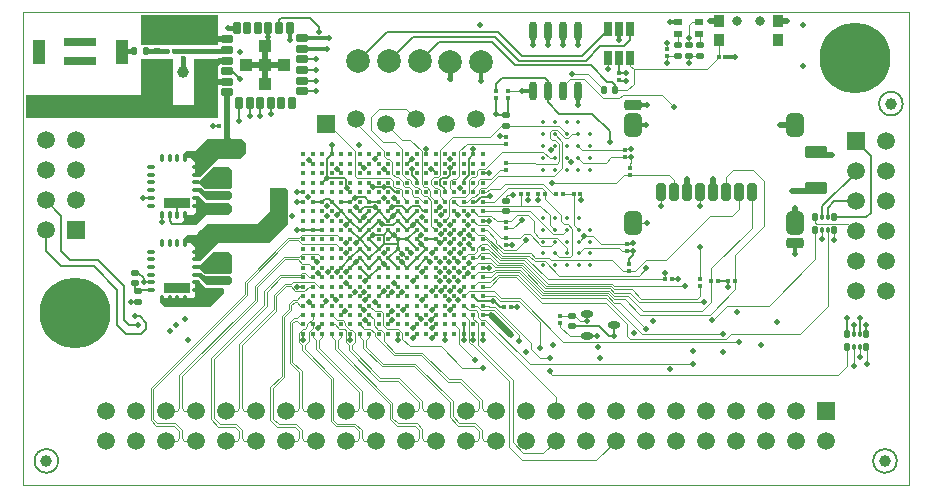
<source format=gtl>
%FSLAX44Y44*%
%MOMM*%
G71*
G01*
G75*
G04 Layer_Physical_Order=1*
G04 Layer_Color=255*
%ADD10C,0.1500*%
%ADD11C,1.0000*%
%ADD12O,1.0500X2.2000*%
G04:AMPARAMS|DCode=13|XSize=0.6mm|YSize=0.5mm|CornerRadius=0.05mm|HoleSize=0mm|Usage=FLASHONLY|Rotation=0.000|XOffset=0mm|YOffset=0mm|HoleType=Round|Shape=RoundedRectangle|*
%AMROUNDEDRECTD13*
21,1,0.6000,0.4000,0,0,0.0*
21,1,0.5000,0.5000,0,0,0.0*
1,1,0.1000,0.2500,-0.2000*
1,1,0.1000,-0.2500,-0.2000*
1,1,0.1000,-0.2500,0.2000*
1,1,0.1000,0.2500,0.2000*
%
%ADD13ROUNDEDRECTD13*%
G04:AMPARAMS|DCode=14|XSize=0.45mm|YSize=0.65mm|CornerRadius=0.1125mm|HoleSize=0mm|Usage=FLASHONLY|Rotation=180.000|XOffset=0mm|YOffset=0mm|HoleType=Round|Shape=RoundedRectangle|*
%AMROUNDEDRECTD14*
21,1,0.4500,0.4250,0,0,180.0*
21,1,0.2250,0.6500,0,0,180.0*
1,1,0.2250,-0.1125,0.2125*
1,1,0.2250,0.1125,0.2125*
1,1,0.2250,0.1125,-0.2125*
1,1,0.2250,-0.1125,-0.2125*
%
%ADD14ROUNDEDRECTD14*%
%ADD15O,0.3000X0.6500*%
G04:AMPARAMS|DCode=16|XSize=0.4mm|YSize=0.37mm|CornerRadius=0.037mm|HoleSize=0mm|Usage=FLASHONLY|Rotation=90.000|XOffset=0mm|YOffset=0mm|HoleType=Round|Shape=RoundedRectangle|*
%AMROUNDEDRECTD16*
21,1,0.4000,0.2960,0,0,90.0*
21,1,0.3260,0.3700,0,0,90.0*
1,1,0.0740,0.1480,0.1630*
1,1,0.0740,0.1480,-0.1630*
1,1,0.0740,-0.1480,-0.1630*
1,1,0.0740,-0.1480,0.1630*
%
%ADD16ROUNDEDRECTD16*%
G04:AMPARAMS|DCode=17|XSize=0.6mm|YSize=0.5mm|CornerRadius=0.05mm|HoleSize=0mm|Usage=FLASHONLY|Rotation=270.000|XOffset=0mm|YOffset=0mm|HoleType=Round|Shape=RoundedRectangle|*
%AMROUNDEDRECTD17*
21,1,0.6000,0.4000,0,0,270.0*
21,1,0.5000,0.5000,0,0,270.0*
1,1,0.1000,-0.2000,-0.2500*
1,1,0.1000,-0.2000,0.2500*
1,1,0.1000,0.2000,0.2500*
1,1,0.1000,0.2000,-0.2500*
%
%ADD17ROUNDEDRECTD17*%
G04:AMPARAMS|DCode=18|XSize=0.4mm|YSize=0.37mm|CornerRadius=0.037mm|HoleSize=0mm|Usage=FLASHONLY|Rotation=180.000|XOffset=0mm|YOffset=0mm|HoleType=Round|Shape=RoundedRectangle|*
%AMROUNDEDRECTD18*
21,1,0.4000,0.2960,0,0,180.0*
21,1,0.3260,0.3700,0,0,180.0*
1,1,0.0740,-0.1630,0.1480*
1,1,0.0740,0.1630,0.1480*
1,1,0.0740,0.1630,-0.1480*
1,1,0.0740,-0.1630,-0.1480*
%
%ADD18ROUNDEDRECTD18*%
G04:AMPARAMS|DCode=19|XSize=0.5mm|YSize=0.62mm|CornerRadius=0.1mm|HoleSize=0mm|Usage=FLASHONLY|Rotation=90.000|XOffset=0mm|YOffset=0mm|HoleType=Round|Shape=RoundedRectangle|*
%AMROUNDEDRECTD19*
21,1,0.5000,0.4200,0,0,90.0*
21,1,0.3000,0.6200,0,0,90.0*
1,1,0.2000,0.2100,0.1500*
1,1,0.2000,0.2100,-0.1500*
1,1,0.2000,-0.2100,-0.1500*
1,1,0.2000,-0.2100,0.1500*
%
%ADD19ROUNDEDRECTD19*%
G04:AMPARAMS|DCode=20|XSize=0.5mm|YSize=0.62mm|CornerRadius=0.1mm|HoleSize=0mm|Usage=FLASHONLY|Rotation=180.000|XOffset=0mm|YOffset=0mm|HoleType=Round|Shape=RoundedRectangle|*
%AMROUNDEDRECTD20*
21,1,0.5000,0.4200,0,0,180.0*
21,1,0.3000,0.6200,0,0,180.0*
1,1,0.2000,-0.1500,0.2100*
1,1,0.2000,0.1500,0.2100*
1,1,0.2000,0.1500,-0.2100*
1,1,0.2000,-0.1500,-0.2100*
%
%ADD20ROUNDEDRECTD20*%
G04:AMPARAMS|DCode=21|XSize=1mm|YSize=0.7mm|CornerRadius=0.1155mm|HoleSize=0mm|Usage=FLASHONLY|Rotation=90.000|XOffset=0mm|YOffset=0mm|HoleType=Round|Shape=RoundedRectangle|*
%AMROUNDEDRECTD21*
21,1,1.0000,0.4690,0,0,90.0*
21,1,0.7690,0.7000,0,0,90.0*
1,1,0.2310,0.2345,0.3845*
1,1,0.2310,0.2345,-0.3845*
1,1,0.2310,-0.2345,-0.3845*
1,1,0.2310,-0.2345,0.3845*
%
%ADD21ROUNDEDRECTD21*%
G04:AMPARAMS|DCode=22|XSize=1mm|YSize=0.7mm|CornerRadius=0.1155mm|HoleSize=0mm|Usage=FLASHONLY|Rotation=0.000|XOffset=0mm|YOffset=0mm|HoleType=Round|Shape=RoundedRectangle|*
%AMROUNDEDRECTD22*
21,1,1.0000,0.4690,0,0,0.0*
21,1,0.7690,0.7000,0,0,0.0*
1,1,0.2310,0.3845,-0.2345*
1,1,0.2310,-0.3845,-0.2345*
1,1,0.2310,-0.3845,0.2345*
1,1,0.2310,0.3845,0.2345*
%
%ADD22ROUNDEDRECTD22*%
G04:AMPARAMS|DCode=23|XSize=1.1mm|YSize=1.1mm|CornerRadius=0.1815mm|HoleSize=0mm|Usage=FLASHONLY|Rotation=90.000|XOffset=0mm|YOffset=0mm|HoleType=Round|Shape=RoundedRectangle|*
%AMROUNDEDRECTD23*
21,1,1.1000,0.7370,0,0,90.0*
21,1,0.7370,1.1000,0,0,90.0*
1,1,0.3630,0.3685,0.3685*
1,1,0.3630,0.3685,-0.3685*
1,1,0.3630,-0.3685,-0.3685*
1,1,0.3630,-0.3685,0.3685*
%
%ADD23ROUNDEDRECTD23*%
%ADD24O,1.0500X0.6000*%
G04:AMPARAMS|DCode=25|XSize=0.8mm|YSize=1.5mm|CornerRadius=0.2mm|HoleSize=0mm|Usage=FLASHONLY|Rotation=0.000|XOffset=0mm|YOffset=0mm|HoleType=Round|Shape=RoundedRectangle|*
%AMROUNDEDRECTD25*
21,1,0.8000,1.1000,0,0,0.0*
21,1,0.4000,1.5000,0,0,0.0*
1,1,0.4000,0.2000,-0.5500*
1,1,0.4000,-0.2000,-0.5500*
1,1,0.4000,-0.2000,0.5500*
1,1,0.4000,0.2000,0.5500*
%
%ADD25ROUNDEDRECTD25*%
G04:AMPARAMS|DCode=26|XSize=1.45mm|YSize=0.9mm|CornerRadius=0.225mm|HoleSize=0mm|Usage=FLASHONLY|Rotation=0.000|XOffset=0mm|YOffset=0mm|HoleType=Round|Shape=RoundedRectangle|*
%AMROUNDEDRECTD26*
21,1,1.4500,0.4500,0,0,0.0*
21,1,1.0000,0.9000,0,0,0.0*
1,1,0.4500,0.5000,-0.2250*
1,1,0.4500,-0.5000,-0.2250*
1,1,0.4500,-0.5000,0.2250*
1,1,0.4500,0.5000,0.2250*
%
%ADD26ROUNDEDRECTD26*%
G04:AMPARAMS|DCode=27|XSize=1.45mm|YSize=2mm|CornerRadius=0.3625mm|HoleSize=0mm|Usage=FLASHONLY|Rotation=0.000|XOffset=0mm|YOffset=0mm|HoleType=Round|Shape=RoundedRectangle|*
%AMROUNDEDRECTD27*
21,1,1.4500,1.2750,0,0,0.0*
21,1,0.7250,2.0000,0,0,0.0*
1,1,0.7250,0.3625,-0.6375*
1,1,0.7250,-0.3625,-0.6375*
1,1,0.7250,-0.3625,0.6375*
1,1,0.7250,0.3625,0.6375*
%
%ADD27ROUNDEDRECTD27*%
%ADD28O,0.7600X1.6000*%
%ADD29C,0.3500*%
%ADD30C,0.4000*%
G04:AMPARAMS|DCode=31|XSize=0.3mm|YSize=0.6mm|CornerRadius=0.0495mm|HoleSize=0mm|Usage=FLASHONLY|Rotation=0.000|XOffset=0mm|YOffset=0mm|HoleType=Round|Shape=RoundedRectangle|*
%AMROUNDEDRECTD31*
21,1,0.3000,0.5010,0,0,0.0*
21,1,0.2010,0.6000,0,0,0.0*
1,1,0.0990,0.1005,-0.2505*
1,1,0.0990,-0.1005,-0.2505*
1,1,0.0990,-0.1005,0.2505*
1,1,0.0990,0.1005,0.2505*
%
%ADD31ROUNDEDRECTD31*%
G04:AMPARAMS|DCode=32|XSize=0.3mm|YSize=0.6mm|CornerRadius=0.0495mm|HoleSize=0mm|Usage=FLASHONLY|Rotation=270.000|XOffset=0mm|YOffset=0mm|HoleType=Round|Shape=RoundedRectangle|*
%AMROUNDEDRECTD32*
21,1,0.3000,0.5010,0,0,270.0*
21,1,0.2010,0.6000,0,0,270.0*
1,1,0.0990,-0.2505,-0.1005*
1,1,0.0990,-0.2505,0.1005*
1,1,0.0990,0.2505,0.1005*
1,1,0.0990,0.2505,-0.1005*
%
%ADD32ROUNDEDRECTD32*%
%ADD33R,2.2500X0.9000*%
%ADD34R,0.7400X0.5400*%
%ADD35R,0.9000X1.0000*%
%ADD36R,0.6500X1.2000*%
G04:AMPARAMS|DCode=37|XSize=1.82mm|YSize=1.07mm|CornerRadius=0.107mm|HoleSize=0mm|Usage=FLASHONLY|Rotation=180.000|XOffset=0mm|YOffset=0mm|HoleType=Round|Shape=RoundedRectangle|*
%AMROUNDEDRECTD37*
21,1,1.8200,0.8560,0,0,180.0*
21,1,1.6060,1.0700,0,0,180.0*
1,1,0.2140,-0.8030,0.4280*
1,1,0.2140,0.8030,0.4280*
1,1,0.2140,0.8030,-0.4280*
1,1,0.2140,-0.8030,-0.4280*
%
%ADD37ROUNDEDRECTD37*%
%ADD38R,1.0000X2.0000*%
%ADD39R,2.8000X0.8000*%
%ADD40C,2.0000*%
%ADD41C,0.2000*%
%ADD42C,0.3000*%
%ADD43C,0.1000*%
%ADD44C,0.3810*%
%ADD45C,0.5000*%
%ADD46C,0.4000*%
%ADD47R,1.5000X1.5000*%
%ADD48C,1.5000*%
%ADD49R,1.5000X1.5000*%
%ADD50C,0.8000*%
%ADD51C,6.0000*%
%ADD52C,0.5000*%
G36*
X224607Y249557D02*
Y220607D01*
X208220Y204220D01*
X165254Y204220D01*
X150254Y189220D01*
X146844D01*
X146205Y191490D01*
Y200732D01*
X142287Y204650D01*
X137867Y204600D01*
X136212Y206255D01*
X135947D01*
Y208249D01*
X138902Y211204D01*
X146706D01*
X156109Y220607D01*
X198607Y220607D01*
X209000Y231000D01*
Y251000D01*
X222629D01*
X224607Y249557D01*
D02*
G37*
G36*
X155170Y238298D02*
X174772D01*
X176963Y236107D01*
Y231666D01*
X173706Y228409D01*
X154993D01*
X146544Y219960D01*
X134566D01*
Y221477D01*
X136778Y223689D01*
X137407Y228344D01*
X144060D01*
X146500Y230784D01*
Y242750D01*
X147997Y244247D01*
X149221D01*
X155170Y238298D01*
D02*
G37*
G36*
X177178Y194443D02*
Y180205D01*
X175443Y178470D01*
X154690D01*
X150466Y182694D01*
X147258D01*
X146389Y185678D01*
X149993D01*
X161294Y196979D01*
X174642D01*
X177178Y194443D01*
D02*
G37*
G36*
X155465Y166630D02*
X168742D01*
X170112Y165260D01*
Y162264D01*
X158386Y150538D01*
X120153D01*
X116575Y154116D01*
X117101Y158131D01*
X144269D01*
X145795Y159657D01*
Y171612D01*
X146856Y172674D01*
X149420D01*
X155465Y166630D01*
D02*
G37*
G36*
X154085Y176867D02*
X175117D01*
X176980Y175004D01*
Y171422D01*
X174758Y169200D01*
X155781D01*
X148462Y176519D01*
X146833Y179225D01*
X151727D01*
X154085Y176867D01*
D02*
G37*
G36*
X165000Y310000D02*
X2500D01*
Y329535D01*
X100000Y329535D01*
X100000Y360000D01*
X127500D01*
Y321002D01*
X145000D01*
Y360000D01*
X165000D01*
Y310000D01*
D02*
G37*
G36*
Y372500D02*
X100000D01*
Y397500D01*
X165000D01*
Y372500D01*
D02*
G37*
G36*
X189180Y288528D02*
Y280378D01*
X184585Y275783D01*
X165053D01*
X150052Y260783D01*
X146643D01*
X146004Y263053D01*
Y272295D01*
X142086Y276213D01*
X137716D01*
X137666Y276163D01*
X136011Y277818D01*
X135745D01*
Y279812D01*
X138700Y282767D01*
X146504D01*
X155907Y292170D01*
X185539D01*
X189180Y288528D01*
D02*
G37*
G36*
X153883Y248430D02*
X174915D01*
X176778Y246567D01*
Y242985D01*
X174556Y240763D01*
X155579D01*
X148260Y248082D01*
X146631Y250788D01*
X151525D01*
X153883Y248430D01*
D02*
G37*
G36*
X176976Y266005D02*
Y251768D01*
X175241Y250033D01*
X154488D01*
X150264Y254257D01*
X147056D01*
X146188Y257241D01*
X149791D01*
X161092Y268542D01*
X174440D01*
X176976Y266005D01*
D02*
G37*
D10*
X745000Y322500D02*
G03*
X745000Y322500I-10000J0D01*
G01*
X740000Y20000D02*
G03*
X740000Y20000I-10000J0D01*
G01*
X30000D02*
G03*
X30000Y20000I-10000J0D01*
G01*
X305541Y251567D02*
X311025D01*
X297458D02*
X305541D01*
X329438Y262078D02*
Y267269D01*
Y262078D02*
X333473Y258043D01*
Y255552D02*
Y258043D01*
X297722Y275802D02*
X297973Y276052D01*
X296973Y252052D02*
X297458Y251567D01*
X311025D02*
X315039Y247552D01*
X317472D01*
X285473Y231552D02*
X289223Y235302D01*
X297722D01*
X298071Y234954D01*
X296874Y210954D02*
X297459Y211539D01*
X305459D01*
X309473Y215552D01*
X305459Y203539D02*
Y211539D01*
X316992Y203539D02*
X317472Y204019D01*
X305459Y203539D02*
X316992D01*
X301472Y199552D02*
X305459Y203539D01*
X305744Y219581D02*
X313501D01*
X395066Y243532D02*
X395485Y243951D01*
X387792Y243532D02*
X395066D01*
X383812Y239552D02*
X387792Y243532D01*
X381473Y239552D02*
X383812D01*
X377442Y261879D02*
Y275522D01*
X373473Y257910D02*
X377442Y261879D01*
X373473Y255552D02*
Y257910D01*
X360973Y267052D02*
X361431Y266594D01*
Y261704D02*
Y266594D01*
X359280Y259554D02*
X361431Y261704D01*
X355271Y259554D02*
X359280D01*
X353485Y257768D02*
X355271Y259554D01*
X353485Y253977D02*
Y257768D01*
Y253977D02*
X357472Y249990D01*
Y247552D02*
Y249990D01*
X281472Y243552D02*
X289473D01*
X329396Y235475D02*
X335117D01*
X339041Y231552D01*
X341473D01*
X273403Y251622D02*
Y258353D01*
X272202Y259554D02*
X273403Y258353D01*
X257374Y259554D02*
X272202D01*
X257374D02*
Y275454D01*
X313344Y235524D02*
X321601D01*
X385505Y155520D02*
X398192D01*
D11*
X135900Y349252D02*
D03*
X735000Y322500D02*
D03*
X730000Y20000D02*
D03*
X20000D02*
D03*
D12*
X150650Y334002D02*
D03*
X121150D02*
D03*
D13*
X465000Y142827D02*
D03*
Y133827D02*
D03*
X158676Y162741D02*
D03*
Y171741D02*
D03*
X564053Y362836D02*
D03*
Y371836D02*
D03*
X573584Y362836D02*
D03*
Y371836D02*
D03*
X554567Y362758D02*
D03*
Y371758D02*
D03*
X409384Y231349D02*
D03*
Y240349D02*
D03*
X158846Y235144D02*
D03*
Y244144D02*
D03*
X95000Y170500D02*
D03*
Y179500D02*
D03*
X97658Y154931D02*
D03*
Y163931D02*
D03*
X409135Y312811D02*
D03*
Y303811D02*
D03*
D14*
X714250Y127500D02*
D03*
X697750D02*
D03*
X714250Y116500D02*
D03*
X697750D02*
D03*
X687250Y226500D02*
D03*
X670750D02*
D03*
X687250Y215500D02*
D03*
X670750D02*
D03*
D15*
X708500Y127500D02*
D03*
X703500D02*
D03*
X708500Y116500D02*
D03*
X703500D02*
D03*
X681500Y226500D02*
D03*
X676500D02*
D03*
X681500Y215500D02*
D03*
X676500D02*
D03*
D16*
X594850Y362000D02*
D03*
X589150D02*
D03*
X171850Y304000D02*
D03*
X166150D02*
D03*
X121997Y366698D02*
D03*
X127697D02*
D03*
X451456Y246171D02*
D03*
X457156D02*
D03*
X441783Y245919D02*
D03*
X436083D02*
D03*
X588663Y172478D02*
D03*
X582963D02*
D03*
X597262Y172542D02*
D03*
X602962D02*
D03*
X549673Y173901D02*
D03*
X543973D02*
D03*
X413324Y150493D02*
D03*
X407624D02*
D03*
X472133Y246233D02*
D03*
X466433D02*
D03*
X427394Y245919D02*
D03*
X421694D02*
D03*
D17*
X501500Y334000D02*
D03*
X492500D02*
D03*
D18*
X135900Y366700D02*
D03*
Y361000D02*
D03*
X510193Y283253D02*
D03*
Y277553D02*
D03*
X410418Y333050D02*
D03*
Y327350D02*
D03*
X545608Y368447D02*
D03*
Y362747D02*
D03*
X504897Y342579D02*
D03*
Y348279D02*
D03*
X409539Y202796D02*
D03*
Y208496D02*
D03*
X409421Y294404D02*
D03*
Y288704D02*
D03*
X409418Y266648D02*
D03*
Y272348D02*
D03*
X409554Y222644D02*
D03*
Y216944D02*
D03*
X511474Y198097D02*
D03*
Y203798D02*
D03*
X455000Y142850D02*
D03*
Y137150D02*
D03*
X513318Y186478D02*
D03*
Y180778D02*
D03*
X514131Y267688D02*
D03*
Y261988D02*
D03*
X573525Y167979D02*
D03*
Y173680D02*
D03*
X401000Y332850D02*
D03*
Y327150D02*
D03*
D19*
X113598Y376702D02*
D03*
Y366702D02*
D03*
D20*
X94398Y366698D02*
D03*
X104398D02*
D03*
D21*
X183000Y323000D02*
D03*
X192000D02*
D03*
X201000D02*
D03*
X210000D02*
D03*
X219000D02*
D03*
X228000D02*
D03*
X226000Y386500D02*
D03*
X217000D02*
D03*
X208000D02*
D03*
X199000D02*
D03*
X190000D02*
D03*
X181000D02*
D03*
D22*
X173250Y377000D02*
D03*
Y368000D02*
D03*
Y359000D02*
D03*
Y350000D02*
D03*
Y341000D02*
D03*
Y332000D02*
D03*
X236500Y378000D02*
D03*
Y369000D02*
D03*
Y360000D02*
D03*
Y351000D02*
D03*
Y342000D02*
D03*
Y333000D02*
D03*
D23*
X205000Y339000D02*
D03*
X189000Y355000D02*
D03*
X221000D02*
D03*
X205000Y371000D02*
D03*
Y355000D02*
D03*
D24*
X477660Y144626D02*
D03*
Y125626D02*
D03*
X500660Y135126D02*
D03*
D25*
X540030Y247312D02*
D03*
X551030D02*
D03*
X562030D02*
D03*
X573031D02*
D03*
X584030D02*
D03*
X595030D02*
D03*
X606030D02*
D03*
X617030D02*
D03*
D26*
X653780Y204312D02*
D03*
X516280Y321312D02*
D03*
D27*
Y304312D02*
D03*
X653780D02*
D03*
Y221312D02*
D03*
X516280D02*
D03*
D28*
X431660Y332844D02*
D03*
X444360D02*
D03*
X457060D02*
D03*
X469760D02*
D03*
X431660Y383644D02*
D03*
X444360D02*
D03*
X457060D02*
D03*
X469760D02*
D03*
D29*
X440523Y185774D02*
D03*
Y195774D02*
D03*
Y205774D02*
D03*
Y215774D02*
D03*
Y225774D02*
D03*
X450523Y185774D02*
D03*
Y195774D02*
D03*
Y205774D02*
D03*
Y215774D02*
D03*
Y225774D02*
D03*
X460523Y185774D02*
D03*
Y195774D02*
D03*
Y205774D02*
D03*
Y215774D02*
D03*
Y225774D02*
D03*
X470523Y185774D02*
D03*
Y195774D02*
D03*
Y205774D02*
D03*
Y215774D02*
D03*
Y225774D02*
D03*
X480523Y185774D02*
D03*
Y195774D02*
D03*
Y205774D02*
D03*
Y215774D02*
D03*
X440423Y266688D02*
D03*
Y276688D02*
D03*
Y286688D02*
D03*
Y296688D02*
D03*
Y306688D02*
D03*
X450423Y266688D02*
D03*
Y276688D02*
D03*
Y286688D02*
D03*
Y296688D02*
D03*
Y306688D02*
D03*
X460423Y266688D02*
D03*
Y276688D02*
D03*
Y286688D02*
D03*
Y296688D02*
D03*
Y306688D02*
D03*
X470423Y266688D02*
D03*
Y276688D02*
D03*
Y286688D02*
D03*
Y296688D02*
D03*
Y306688D02*
D03*
X480423Y266688D02*
D03*
Y276688D02*
D03*
Y286688D02*
D03*
Y296688D02*
D03*
D30*
X237472Y127552D02*
D03*
Y135552D02*
D03*
Y143552D02*
D03*
Y151552D02*
D03*
Y159552D02*
D03*
Y167552D02*
D03*
Y175552D02*
D03*
Y183552D02*
D03*
Y191552D02*
D03*
Y199552D02*
D03*
Y207552D02*
D03*
Y215552D02*
D03*
Y223552D02*
D03*
Y231552D02*
D03*
Y239552D02*
D03*
Y247552D02*
D03*
Y255552D02*
D03*
Y263552D02*
D03*
Y271552D02*
D03*
Y279552D02*
D03*
X245473Y127552D02*
D03*
Y135552D02*
D03*
Y143552D02*
D03*
Y151552D02*
D03*
Y159552D02*
D03*
Y167552D02*
D03*
Y175552D02*
D03*
Y183552D02*
D03*
Y191552D02*
D03*
Y199552D02*
D03*
Y207552D02*
D03*
Y215552D02*
D03*
Y223552D02*
D03*
Y231552D02*
D03*
Y239552D02*
D03*
Y247552D02*
D03*
Y255552D02*
D03*
Y263552D02*
D03*
Y271552D02*
D03*
Y279552D02*
D03*
X253472Y127552D02*
D03*
Y135552D02*
D03*
Y143552D02*
D03*
Y151552D02*
D03*
Y159552D02*
D03*
Y167552D02*
D03*
Y175552D02*
D03*
Y183552D02*
D03*
Y191552D02*
D03*
Y199552D02*
D03*
Y207552D02*
D03*
Y215552D02*
D03*
Y223552D02*
D03*
Y231552D02*
D03*
Y239552D02*
D03*
Y247552D02*
D03*
Y255552D02*
D03*
Y263552D02*
D03*
Y271552D02*
D03*
Y279552D02*
D03*
X261472Y127552D02*
D03*
Y135552D02*
D03*
Y143552D02*
D03*
Y151552D02*
D03*
Y159552D02*
D03*
Y167552D02*
D03*
Y175552D02*
D03*
Y183552D02*
D03*
Y191552D02*
D03*
Y199552D02*
D03*
Y207552D02*
D03*
Y215552D02*
D03*
Y223552D02*
D03*
Y231552D02*
D03*
Y239552D02*
D03*
Y247552D02*
D03*
Y255552D02*
D03*
Y263552D02*
D03*
Y271552D02*
D03*
Y279552D02*
D03*
X269473Y127552D02*
D03*
Y135552D02*
D03*
Y143552D02*
D03*
Y151552D02*
D03*
Y159552D02*
D03*
Y167552D02*
D03*
Y175552D02*
D03*
Y183552D02*
D03*
Y191552D02*
D03*
Y199552D02*
D03*
Y207552D02*
D03*
Y215552D02*
D03*
Y223552D02*
D03*
Y231552D02*
D03*
Y239552D02*
D03*
Y247552D02*
D03*
Y255552D02*
D03*
Y263552D02*
D03*
Y271552D02*
D03*
Y279552D02*
D03*
X277472Y127552D02*
D03*
Y135552D02*
D03*
Y143552D02*
D03*
Y151552D02*
D03*
Y159552D02*
D03*
Y167552D02*
D03*
Y175552D02*
D03*
Y183552D02*
D03*
Y191552D02*
D03*
Y199552D02*
D03*
Y207552D02*
D03*
Y215552D02*
D03*
Y223552D02*
D03*
Y231552D02*
D03*
Y239552D02*
D03*
Y247552D02*
D03*
Y255552D02*
D03*
Y263552D02*
D03*
Y271552D02*
D03*
Y279552D02*
D03*
X285473Y127552D02*
D03*
Y135552D02*
D03*
Y143552D02*
D03*
Y151552D02*
D03*
Y159552D02*
D03*
Y167552D02*
D03*
Y175552D02*
D03*
Y183552D02*
D03*
Y191552D02*
D03*
Y199552D02*
D03*
Y207552D02*
D03*
Y215552D02*
D03*
Y223552D02*
D03*
Y231552D02*
D03*
Y239552D02*
D03*
Y247552D02*
D03*
Y255552D02*
D03*
Y263552D02*
D03*
Y271552D02*
D03*
Y279552D02*
D03*
X293472Y127552D02*
D03*
Y135552D02*
D03*
Y143552D02*
D03*
Y151552D02*
D03*
Y159552D02*
D03*
Y167552D02*
D03*
Y175552D02*
D03*
Y183552D02*
D03*
Y191552D02*
D03*
Y199552D02*
D03*
Y207552D02*
D03*
Y215552D02*
D03*
Y223552D02*
D03*
Y231552D02*
D03*
Y239552D02*
D03*
Y247552D02*
D03*
Y255552D02*
D03*
Y263552D02*
D03*
Y271552D02*
D03*
Y279552D02*
D03*
X301472Y127552D02*
D03*
Y135552D02*
D03*
Y143552D02*
D03*
Y151552D02*
D03*
Y159552D02*
D03*
Y167552D02*
D03*
Y175552D02*
D03*
Y183552D02*
D03*
Y191552D02*
D03*
Y199552D02*
D03*
Y207552D02*
D03*
Y215552D02*
D03*
Y223552D02*
D03*
Y231552D02*
D03*
Y239552D02*
D03*
Y247552D02*
D03*
Y255552D02*
D03*
Y263552D02*
D03*
Y271552D02*
D03*
Y279552D02*
D03*
X309473Y127552D02*
D03*
Y135552D02*
D03*
Y143552D02*
D03*
Y151552D02*
D03*
Y159552D02*
D03*
Y167552D02*
D03*
Y175552D02*
D03*
Y183552D02*
D03*
Y191552D02*
D03*
Y199552D02*
D03*
Y207552D02*
D03*
Y215552D02*
D03*
Y223552D02*
D03*
Y231552D02*
D03*
Y239552D02*
D03*
Y247552D02*
D03*
Y255552D02*
D03*
Y263552D02*
D03*
Y271552D02*
D03*
Y279552D02*
D03*
X317472Y127552D02*
D03*
Y135552D02*
D03*
Y143552D02*
D03*
Y151552D02*
D03*
Y159552D02*
D03*
Y167552D02*
D03*
Y175552D02*
D03*
Y183552D02*
D03*
Y191552D02*
D03*
Y199552D02*
D03*
Y207552D02*
D03*
Y215552D02*
D03*
Y223552D02*
D03*
Y231552D02*
D03*
Y239552D02*
D03*
Y247552D02*
D03*
Y255552D02*
D03*
Y263552D02*
D03*
Y271552D02*
D03*
Y279552D02*
D03*
X325472Y127552D02*
D03*
Y135552D02*
D03*
Y143552D02*
D03*
Y151552D02*
D03*
Y159552D02*
D03*
Y167552D02*
D03*
Y175552D02*
D03*
Y183552D02*
D03*
Y191552D02*
D03*
Y199552D02*
D03*
Y207552D02*
D03*
Y215552D02*
D03*
Y223552D02*
D03*
Y231552D02*
D03*
Y239552D02*
D03*
Y247552D02*
D03*
Y255552D02*
D03*
Y263552D02*
D03*
Y271552D02*
D03*
Y279552D02*
D03*
X333473Y127552D02*
D03*
Y135552D02*
D03*
Y143552D02*
D03*
Y151552D02*
D03*
Y159552D02*
D03*
Y167552D02*
D03*
Y175552D02*
D03*
Y183552D02*
D03*
Y191552D02*
D03*
Y199552D02*
D03*
Y207552D02*
D03*
Y215552D02*
D03*
Y223552D02*
D03*
Y231552D02*
D03*
Y239552D02*
D03*
Y247552D02*
D03*
Y255552D02*
D03*
Y263552D02*
D03*
Y271552D02*
D03*
Y279552D02*
D03*
X341473Y127552D02*
D03*
Y135552D02*
D03*
Y143552D02*
D03*
Y151552D02*
D03*
Y159552D02*
D03*
Y167552D02*
D03*
Y175552D02*
D03*
Y183552D02*
D03*
Y191552D02*
D03*
Y199552D02*
D03*
Y207552D02*
D03*
Y215552D02*
D03*
Y223552D02*
D03*
Y231552D02*
D03*
Y239552D02*
D03*
Y247552D02*
D03*
Y255552D02*
D03*
Y263552D02*
D03*
Y271552D02*
D03*
Y279552D02*
D03*
X349473Y127552D02*
D03*
Y135552D02*
D03*
Y143552D02*
D03*
Y151552D02*
D03*
Y159552D02*
D03*
Y167552D02*
D03*
Y175552D02*
D03*
Y183552D02*
D03*
Y191552D02*
D03*
Y199552D02*
D03*
Y207552D02*
D03*
Y215552D02*
D03*
Y223552D02*
D03*
Y231552D02*
D03*
Y239552D02*
D03*
Y247552D02*
D03*
Y255552D02*
D03*
Y263552D02*
D03*
Y271552D02*
D03*
Y279552D02*
D03*
X357472Y127552D02*
D03*
Y135552D02*
D03*
Y143552D02*
D03*
Y151552D02*
D03*
Y159552D02*
D03*
Y167552D02*
D03*
Y175552D02*
D03*
Y183552D02*
D03*
Y191552D02*
D03*
Y199552D02*
D03*
Y207552D02*
D03*
Y215552D02*
D03*
Y223552D02*
D03*
Y231552D02*
D03*
Y239552D02*
D03*
Y247552D02*
D03*
Y255552D02*
D03*
Y263552D02*
D03*
Y271552D02*
D03*
Y279552D02*
D03*
X365472Y127552D02*
D03*
Y135552D02*
D03*
Y143552D02*
D03*
Y151552D02*
D03*
Y159552D02*
D03*
Y167552D02*
D03*
Y175552D02*
D03*
Y183552D02*
D03*
Y191552D02*
D03*
Y199552D02*
D03*
Y207552D02*
D03*
Y215552D02*
D03*
Y223552D02*
D03*
Y231552D02*
D03*
Y239552D02*
D03*
Y247552D02*
D03*
Y255552D02*
D03*
Y263552D02*
D03*
Y271552D02*
D03*
Y279552D02*
D03*
X373473Y127552D02*
D03*
Y135552D02*
D03*
Y143552D02*
D03*
Y151552D02*
D03*
Y159552D02*
D03*
Y167552D02*
D03*
Y175552D02*
D03*
Y183552D02*
D03*
Y191552D02*
D03*
Y199552D02*
D03*
Y207552D02*
D03*
Y215552D02*
D03*
Y223552D02*
D03*
Y231552D02*
D03*
Y239552D02*
D03*
Y247552D02*
D03*
Y255552D02*
D03*
Y263552D02*
D03*
Y271552D02*
D03*
Y279552D02*
D03*
X381473Y127552D02*
D03*
Y135552D02*
D03*
Y143552D02*
D03*
Y151552D02*
D03*
Y159552D02*
D03*
Y167552D02*
D03*
Y175552D02*
D03*
Y183552D02*
D03*
Y191552D02*
D03*
Y199552D02*
D03*
Y207552D02*
D03*
Y215552D02*
D03*
Y223552D02*
D03*
Y231552D02*
D03*
Y239552D02*
D03*
Y247552D02*
D03*
Y255552D02*
D03*
Y263552D02*
D03*
Y271552D02*
D03*
Y279552D02*
D03*
X389473Y127552D02*
D03*
Y135552D02*
D03*
Y143552D02*
D03*
Y151552D02*
D03*
Y159552D02*
D03*
Y167552D02*
D03*
Y175552D02*
D03*
Y183552D02*
D03*
Y191552D02*
D03*
Y199552D02*
D03*
Y207552D02*
D03*
Y215552D02*
D03*
Y223552D02*
D03*
Y231552D02*
D03*
Y239552D02*
D03*
Y247552D02*
D03*
Y255552D02*
D03*
Y263552D02*
D03*
Y271552D02*
D03*
Y279552D02*
D03*
D31*
X137452Y156937D02*
D03*
X117952D02*
D03*
X124452D02*
D03*
X130952D02*
D03*
Y204937D02*
D03*
X124452D02*
D03*
X117952D02*
D03*
X137452D02*
D03*
X137250Y228500D02*
D03*
X117750D02*
D03*
X124250D02*
D03*
X130750D02*
D03*
Y276500D02*
D03*
X124250D02*
D03*
X117750D02*
D03*
X137250D02*
D03*
D32*
X108702Y164687D02*
D03*
Y171187D02*
D03*
Y177687D02*
D03*
Y184187D02*
D03*
Y190687D02*
D03*
Y197187D02*
D03*
X146702Y197187D02*
D03*
Y190687D02*
D03*
Y184187D02*
D03*
Y177687D02*
D03*
Y171187D02*
D03*
Y164687D02*
D03*
X108500Y236250D02*
D03*
Y242750D02*
D03*
Y249250D02*
D03*
Y255750D02*
D03*
Y262250D02*
D03*
Y268750D02*
D03*
X146500Y268750D02*
D03*
Y262250D02*
D03*
Y255750D02*
D03*
Y249250D02*
D03*
Y242750D02*
D03*
Y236250D02*
D03*
D33*
X130452Y166437D02*
D03*
X130250Y238000D02*
D03*
D34*
X554442Y381513D02*
D03*
Y391513D02*
D03*
X572263Y391589D02*
D03*
Y381589D02*
D03*
D35*
X639316Y376571D02*
D03*
Y392571D02*
D03*
X589316Y376571D02*
D03*
Y392571D02*
D03*
D36*
X514525Y385541D02*
D03*
X505025D02*
D03*
X495525D02*
D03*
Y361541D02*
D03*
X514525D02*
D03*
X505025D02*
D03*
D37*
X672000Y281250D02*
D03*
Y250750D02*
D03*
X165131Y183852D02*
D03*
Y214352D02*
D03*
X165782Y255893D02*
D03*
Y286393D02*
D03*
D38*
X83816Y366639D02*
D03*
X13816D02*
D03*
D39*
X48816Y374789D02*
D03*
Y358489D02*
D03*
D40*
X284000Y359000D02*
D03*
X310000D02*
D03*
X336000D02*
D03*
X388000Y358000D02*
D03*
X362000D02*
D03*
D41*
X161000Y304000D02*
X166150D01*
X549773Y173901D02*
X555123D01*
X398910Y155637D02*
X404054Y150493D01*
X400000Y379000D02*
X420000Y359000D01*
X330000Y379000D02*
X400000D01*
X310000Y359000D02*
X330000Y379000D01*
X422596Y363114D02*
X473886D01*
X402720Y382990D02*
X422596Y363114D01*
X307990Y382990D02*
X402720D01*
X420000Y359000D02*
X477000D01*
X417000Y355000D02*
X481000D01*
X397000Y375000D02*
X417000Y355000D01*
X352000Y375000D02*
X397000D01*
X495525Y384754D02*
Y385541D01*
X473886Y363114D02*
X495525Y384754D01*
X284000Y359000D02*
X307990Y382990D01*
X514525Y376525D02*
Y385541D01*
X509000Y371000D02*
X514525Y376525D01*
X489000Y371000D02*
X509000D01*
X505025Y348507D02*
Y361541D01*
X477000Y359000D02*
X489000Y371000D01*
X501500Y334000D02*
Y338500D01*
X499000Y341000D02*
X501500Y338500D01*
X495000Y341000D02*
X499000D01*
X481000Y355000D02*
X495000Y341000D01*
X336000Y359000D02*
X352000Y375000D01*
X446000Y95000D02*
Y96000D01*
X312920Y147000D02*
X312960D01*
X309473Y143552D02*
X312920Y147000D01*
X708500Y127500D02*
Y141000D01*
X697750Y127500D02*
Y141000D01*
X703500Y127500D02*
Y135500D01*
X714250Y127500D02*
Y135250D01*
X705100Y264100D02*
Y265600D01*
X676500Y235500D02*
X705100Y264100D01*
X676500Y226500D02*
Y235500D01*
X687200Y240200D02*
X705100D01*
X681500Y234500D02*
X687200Y240200D01*
X681500Y226500D02*
Y234500D01*
X705100Y291000D02*
X718000Y278100D01*
Y230200D02*
Y278100D01*
X714300Y226500D02*
X718000Y230200D01*
X687250Y226500D02*
X714300D01*
X497000Y290000D02*
Y299000D01*
X482000Y314000D02*
X497000Y299000D01*
X454000Y314000D02*
X482000D01*
X444360Y323640D02*
X454000Y314000D01*
X444360Y323640D02*
Y332844D01*
X177000Y350000D02*
X184000Y343000D01*
X173250Y350000D02*
X177000D01*
X251000Y383000D02*
Y387000D01*
X243000Y395000D02*
X251000Y387000D01*
X219000Y395000D02*
X243000D01*
X217000Y393000D02*
X219000Y395000D01*
X217000Y386500D02*
Y393000D01*
X217000Y386500D02*
X217000Y386500D01*
X236500Y333000D02*
X248000D01*
X236500Y342000D02*
X248000D01*
X236500Y351000D02*
X248000D01*
X236500Y360000D02*
X248000D01*
X210000Y314000D02*
Y323000D01*
X201000Y312000D02*
Y323000D01*
X192000Y312000D02*
Y323000D01*
X183000Y308000D02*
Y323000D01*
X317472Y159552D02*
X320874Y162954D01*
X410418Y314094D02*
Y327250D01*
X409135Y312811D02*
X410418Y314094D01*
X409020Y312696D02*
X409135Y312811D01*
X402191Y312696D02*
X409020D01*
X401000Y313887D02*
X402191Y312696D01*
X401000Y313887D02*
Y327150D01*
Y332850D02*
Y339000D01*
X406000Y344000D01*
X442000D01*
X444360Y341640D01*
Y332844D02*
Y341640D01*
X345482Y139562D02*
X349473Y143552D01*
X346071Y132151D02*
X349473Y135552D01*
X301472Y159552D02*
X305473Y163552D01*
X373473Y127552D02*
Y135552D01*
Y122604D02*
Y127552D01*
X99000Y142500D02*
X104500Y137000D01*
Y132000D02*
Y137000D01*
X100000Y127500D02*
X104500Y132000D01*
X87500Y127500D02*
X100000D01*
X95000Y142500D02*
X99000D01*
X90000Y135000D02*
X97500D01*
X85490Y139510D02*
X90000Y135000D01*
X85490Y139510D02*
Y168118D01*
X80000Y135000D02*
X87500Y127500D01*
X80000Y135000D02*
Y165000D01*
X60000Y185000D02*
X80000Y165000D01*
X32300Y185000D02*
X60000D01*
X63808Y189800D02*
X85490Y168118D01*
X102303Y171221D02*
Y175000D01*
X97804Y179500D02*
X102303Y175000D01*
X95000Y179500D02*
X97804D01*
X97458Y164687D02*
X108702D01*
X95000Y166589D02*
Y170500D01*
Y166589D02*
X97658Y163931D01*
X40200Y189800D02*
X63808D01*
X32500Y197500D02*
X40200Y189800D01*
X32500Y197500D02*
Y227600D01*
X19500Y240600D02*
X32500Y227600D01*
X19500Y197800D02*
X32300Y185000D01*
X19500Y197800D02*
Y215200D01*
X306071Y266954D02*
X309473Y263552D01*
X409682Y202653D02*
X414590D01*
X409539Y202796D02*
X409682Y202653D01*
X285473Y223552D02*
X293472Y231552D01*
X274303Y250722D02*
X277472Y247552D01*
X273403Y251622D02*
X274303Y250722D01*
X277472Y183552D02*
X285473Y191552D01*
X333473Y207552D02*
X341473Y199552D01*
X325472Y183552D02*
X341473Y199552D01*
X321473Y195552D02*
X325472Y191552D01*
X317472Y199552D02*
X321473Y195552D01*
X309473Y223552D02*
X317472Y231552D01*
X304474Y220551D02*
X304874Y220151D01*
X301472Y223552D02*
X304474Y220551D01*
X313472Y211552D02*
X314071Y210954D01*
X309473Y215552D02*
X313472Y211552D01*
X404054Y150493D02*
X407524D01*
X418164D02*
X418222Y150434D01*
X413424Y150493D02*
X418164D01*
X373473Y175552D02*
X376874Y178954D01*
X328708Y274788D02*
X328759D01*
X325472Y271552D02*
X328708Y274788D01*
X317472Y204019D02*
Y207552D01*
Y199552D02*
Y204019D01*
X313501Y219581D02*
X317472Y223552D01*
X354071Y204151D02*
X357472Y207552D01*
X352874Y204151D02*
X354071D01*
X377442Y275522D02*
X381473Y279552D01*
X360973Y267052D02*
X362071Y268151D01*
X280874Y242954D02*
X281472Y243552D01*
X289473D02*
X293472Y239552D01*
X261472Y279552D02*
Y287579D01*
X257374Y275454D02*
X261472Y279552D01*
X389473Y143552D02*
X396357D01*
X511474Y197997D02*
X511984Y197487D01*
X516636D01*
Y193968D02*
Y197487D01*
X513317Y190649D02*
X516636Y193968D01*
X513317Y186579D02*
Y190649D01*
X555123Y173901D02*
X555164Y173860D01*
X597100Y172479D02*
X597140Y172520D01*
X597162Y172541D01*
X597140Y167600D02*
Y172520D01*
X588763Y172479D02*
X597100D01*
X285473Y207552D02*
X301472Y223552D01*
X298071Y234954D02*
X301472Y231552D01*
X314071Y210954D02*
X317472Y207552D01*
X297973Y276052D02*
X301472Y279552D01*
X237472Y122604D02*
Y127552D01*
X290071Y138954D02*
X293472Y135552D01*
X269473Y143552D02*
X272874Y146954D01*
X285473Y271552D02*
X288874Y268151D01*
X253472Y255552D02*
X256874Y258954D01*
X341473Y279552D02*
Y284501D01*
X389473Y263552D02*
X394421D01*
X250071Y132151D02*
X253472Y135552D01*
X242071Y154954D02*
X245473Y151552D01*
Y191552D02*
X248874Y188151D01*
X346071Y266954D02*
X349473Y263552D01*
X266071Y266954D02*
X269473Y263552D01*
X242071Y274954D02*
X245473Y271552D01*
X378071Y210954D02*
X381473Y207552D01*
X349473Y231552D02*
X352874Y234954D01*
X277472Y122604D02*
Y127552D01*
X317472Y122604D02*
Y127552D01*
X357472Y122604D02*
Y127552D01*
X389473Y183552D02*
X394421D01*
X389473Y223552D02*
X394421D01*
X232524Y247552D02*
X237472D01*
X232524Y167552D02*
X237472D01*
X232524Y239552D02*
X237472D01*
X245473D02*
X253472D01*
X232524Y215552D02*
X237472D01*
X245473D01*
X253472D01*
X381473Y279552D02*
Y284501D01*
X378071Y202954D02*
X381473Y199552D01*
X349473Y223552D02*
X352874Y220151D01*
X322071Y148151D02*
X325472Y151552D01*
X250071Y178954D02*
X253472Y175552D01*
X274071Y170954D02*
X277472Y167552D01*
X269473Y239552D02*
X277472D01*
X362071Y148151D02*
X365472Y151552D01*
X330071Y172151D02*
X333473Y175552D01*
X354071Y164151D02*
X357472Y167552D01*
X321601Y235424D02*
X325472Y231552D01*
Y223552D02*
X333473Y231552D01*
X317472D02*
X325472Y223552D01*
X301472Y231552D02*
X309473Y223552D01*
X293472D02*
X301472Y231552D01*
X277472D02*
X285473Y223552D01*
X261472Y239552D02*
X269473Y231552D01*
X277472Y223552D01*
X285473Y215552D01*
X293472Y223552D01*
X277472Y215552D02*
X285473Y207552D01*
X293472Y199552D01*
X325472Y207552D02*
X333473Y199552D01*
X341473Y207552D02*
X349473D01*
X330071Y220151D02*
X333473Y223552D01*
X293472Y255552D02*
X296874Y252151D01*
X314071Y242954D02*
X317472Y239552D01*
X277472D02*
X280874Y242954D01*
X293472Y239552D02*
X301472D01*
X333473Y223552D02*
X341473Y215552D01*
X325472D02*
X330071Y220151D01*
X317472Y223552D02*
X325472Y215552D01*
X293472Y207552D02*
X301472Y199552D01*
X293472Y183552D02*
X301472Y191552D01*
X285473Y191552D02*
X293472Y183552D01*
X285473D02*
X293472Y175552D01*
X301472Y183552D01*
X333473Y183552D02*
X341473Y191552D01*
X365472D02*
X368874Y188151D01*
X338071Y156151D02*
X341473Y159552D01*
X370071Y212151D02*
X373473Y215552D01*
X365472Y231552D02*
X368874Y228151D01*
X346071Y196151D02*
X349473Y199552D01*
X338071Y180151D02*
X341473Y183552D01*
X277472Y191552D02*
X285473Y199552D01*
X293472Y191552D01*
Y191552D02*
X301472Y199552D01*
X274071Y180151D02*
X277472Y183552D01*
X266071Y180151D02*
X269473Y183552D01*
X290071Y172151D02*
X293472Y175552D01*
X282071Y204151D02*
X285473Y207552D01*
X325472Y199552D02*
X328874Y196151D01*
X306071Y186954D02*
X309473Y183552D01*
X317472Y191552D02*
X320874Y188151D01*
X309473Y191552D02*
X317472Y183552D01*
X309473Y191552D02*
X317472Y199552D01*
Y207552D02*
X325472D01*
X333473Y215552D01*
Y207552D02*
X336874Y210954D01*
X349473Y207552D02*
X352874Y204151D01*
X282071Y234954D02*
X285473Y231552D01*
X274071Y220151D02*
X277472Y223552D01*
X266071Y228151D02*
X269473Y231552D01*
X314071Y170954D02*
X317472Y167552D01*
X309473Y231552D02*
X312874Y234954D01*
X325472Y231552D02*
X329396Y235475D01*
X301472Y191552D02*
X306071Y186954D01*
X320874Y188151D02*
X325472Y183552D01*
X341473Y191552D02*
X344874Y188151D01*
X261472Y159552D02*
X264874Y156151D01*
X285473Y151552D02*
X288874Y148151D01*
X293472Y207552D02*
X296874Y210954D01*
X269473Y183552D02*
X277472Y191552D01*
X330071Y132151D02*
X333473Y135552D01*
X381473Y159552D02*
X385505Y155520D01*
X477916Y125369D02*
X485875D01*
X505117Y348599D02*
X510560D01*
X505421Y341956D02*
X510636D01*
X511474Y203898D02*
X516353D01*
X259322Y241703D02*
X261472Y239552D01*
X255623Y241703D02*
X259322D01*
X253472Y239552D02*
X255623Y241703D01*
X102337Y171187D02*
X108702D01*
X91649Y154931D02*
X97458D01*
X102303Y171221D02*
X102337Y171187D01*
X102102Y242784D02*
X102135Y242750D01*
X101994Y242891D02*
X102102Y242784D01*
X102135Y242750D02*
X108500D01*
X130750Y228500D02*
Y237500D01*
X130250Y238000D02*
X130750Y237500D01*
X117750Y222446D02*
Y228500D01*
Y222446D02*
X117822Y222374D01*
X124250Y222794D02*
Y228500D01*
Y222794D02*
X126096Y220948D01*
X137288D01*
X137407Y221067D01*
Y228344D01*
X137250Y228500D02*
X137407Y228344D01*
X290071Y156151D02*
X293472Y159552D01*
X298071Y154954D02*
X301472Y151552D01*
X309473Y159552D02*
X312874Y162954D01*
X309473Y135552D02*
X312874Y138954D01*
X330071Y124151D02*
X333473Y127552D01*
X346071Y124151D02*
X349473Y127552D01*
X346071Y148151D02*
X349473Y151552D01*
X333473Y143552D02*
X336874Y140151D01*
X389473Y122604D02*
Y127552D01*
X381473Y122604D02*
Y127552D01*
X500660Y125388D02*
Y135126D01*
X465000Y133827D02*
X487934D01*
X496373Y125388D01*
X500660D01*
D42*
X547601Y391505D02*
X547610Y391513D01*
X554442D01*
X388000Y342000D02*
Y358000D01*
X516280Y321312D02*
X528312D01*
X516280Y304312D02*
X527688D01*
X208000Y379000D02*
Y386500D01*
Y374000D02*
Y379000D01*
X205000Y371000D02*
X208000Y374000D01*
X226000Y376000D02*
Y386500D01*
X236500Y378000D02*
X259000D01*
X236500Y369000D02*
X258000D01*
X653780Y195219D02*
Y204312D01*
X594850Y362000D02*
X603000D01*
X422286Y333244D02*
X431660D01*
Y372356D02*
Y383644D01*
X444360Y372356D02*
Y383644D01*
X469760Y321556D02*
Y332844D01*
X457060Y372356D02*
Y383644D01*
X469760Y372356D02*
Y383644D01*
X505025Y377015D02*
Y385541D01*
D43*
X564053Y371936D02*
Y388837D01*
X498231Y277453D02*
X510193D01*
X507380Y197997D02*
X511474D01*
X435984Y241423D02*
Y245920D01*
X435736Y241175D02*
X435984Y241423D01*
X715000Y102000D02*
Y115750D01*
X714250Y116500D02*
X715000Y115750D01*
X708500Y108000D02*
Y116500D01*
X288920Y163000D02*
X289000D01*
X285473Y159552D02*
X288920Y163000D01*
X277552Y159552D02*
X281000Y163000D01*
X277472Y159552D02*
X277552D01*
X253472Y151552D02*
X256920Y155000D01*
X697750Y100750D02*
Y116500D01*
X690052Y93052D02*
X697750Y100750D01*
X447948Y93052D02*
X690052D01*
X703500Y100500D02*
Y116500D01*
X446000Y95000D02*
X447948Y93052D01*
X377482Y120951D02*
Y139542D01*
X380386Y118614D02*
X411267Y87733D01*
X379820Y118614D02*
X380386D01*
X377482Y120951D02*
X379820Y118614D01*
X411267Y32196D02*
Y87733D01*
X372000Y99000D02*
X390000D01*
X354000Y117000D02*
X372000Y99000D01*
X328000Y117000D02*
X354000D01*
X321463Y123538D02*
X328000Y117000D01*
X321463Y123538D02*
Y128498D01*
X317898Y132062D02*
X321463Y128498D01*
X308027Y132062D02*
X317898D01*
X304963Y135127D02*
X308027Y132062D01*
X304963Y135127D02*
Y144998D01*
X302918Y147042D02*
X304963Y144998D01*
X297983Y147042D02*
X302918D01*
X293472Y151552D02*
X297983Y147042D01*
X698900Y221000D02*
X705100Y214800D01*
X672000Y221000D02*
X698900D01*
X670750Y222250D02*
X672000Y221000D01*
X670750Y222250D02*
Y226500D01*
X676500Y207500D02*
Y215500D01*
X687250Y207250D02*
Y215500D01*
X681500Y151500D02*
Y215500D01*
X657674Y127674D02*
X681500Y151500D01*
X670750Y190750D02*
Y215500D01*
X631498Y151498D02*
X670750Y190750D01*
X505212Y327000D02*
X508212Y330000D01*
X491000Y327000D02*
X505212D01*
X475000Y343000D02*
X491000Y327000D01*
X463000Y343000D02*
X475000D01*
X457060Y337060D02*
X463000Y343000D01*
X457060Y332844D02*
Y337060D01*
X321000Y291800D02*
X328200D01*
X337982Y282017D01*
Y262107D02*
Y282017D01*
Y262107D02*
X338000Y262089D01*
Y258025D02*
Y262089D01*
X337982Y258008D02*
X338000Y258025D01*
X337982Y254107D02*
Y258008D01*
Y254107D02*
X340027Y252062D01*
X341898D01*
X345000Y248960D01*
Y244025D02*
Y248960D01*
Y244025D02*
X349473Y239552D01*
X324200Y318000D02*
X332700Y309500D01*
X302000Y318000D02*
X324200D01*
X295000Y311000D02*
X302000Y318000D01*
X295000Y300320D02*
Y311000D01*
Y300320D02*
X305320Y290000D01*
X315000D01*
X321000Y284000D01*
Y263089D02*
Y284000D01*
Y263089D02*
X325047Y259042D01*
X326918D01*
X328963Y256998D01*
Y255127D02*
Y256998D01*
Y255127D02*
X332027Y252062D01*
X333898D01*
X336963Y248998D01*
Y247127D02*
Y248998D01*
Y247127D02*
X340027Y244062D01*
X341898D01*
X345787Y240173D01*
Y219237D02*
Y240173D01*
X338754Y239552D02*
X341473D01*
X334957Y243350D02*
X338754Y239552D01*
X331650Y243350D02*
X334957D01*
X307300Y305500D02*
X321000Y291800D01*
X309898Y276062D02*
X313000Y272960D01*
Y263089D02*
Y272960D01*
Y263089D02*
X316027Y260062D01*
X281900Y306100D02*
Y309500D01*
Y306100D02*
X305982Y282017D01*
Y278107D02*
Y282017D01*
Y278107D02*
X308027Y276062D01*
X309898D01*
X316027Y260062D02*
X317898D01*
X321982Y255978D01*
Y253736D02*
Y255978D01*
Y253736D02*
X323719Y252000D01*
X327000D01*
X329261Y249739D01*
Y245739D02*
Y249739D01*
Y245739D02*
X331650Y243350D01*
X256500Y305500D02*
X258216D01*
X281334Y282382D01*
X438280Y107000D02*
X446000D01*
X541000Y330000D02*
X551000Y320000D01*
X508212Y330000D02*
X541000D01*
X465000Y348000D02*
X478500D01*
X492500Y334000D01*
X517140Y339140D02*
Y351502D01*
X512000Y334000D02*
X517140Y339140D01*
X501500Y334000D02*
X512000D01*
X421979Y333150D02*
X422286Y332844D01*
X410418Y333150D02*
X421979D01*
X415012Y216845D02*
X422373Y224206D01*
X401629Y222899D02*
X413025D01*
X418755Y228629D01*
X427399D01*
X432727Y223301D01*
Y213527D02*
Y223301D01*
Y213527D02*
X437161Y209093D01*
X396728Y227800D02*
X401629Y222899D01*
X389473Y231552D02*
X429689D01*
X447679Y255427D02*
X502135D01*
X281334Y261441D02*
Y282382D01*
Y261441D02*
X283194Y259580D01*
X564053Y356897D02*
X564166Y356784D01*
X309473Y207552D02*
X313472Y211552D01*
X317472Y215552D01*
X258071Y180151D02*
X261472Y183552D01*
X309473Y207552D02*
Y207552D01*
X399645Y150639D02*
X430252Y120031D01*
X395177Y150639D02*
X399645D01*
X399996Y159552D02*
X404418Y155130D01*
X399231Y163529D02*
X405144Y157617D01*
X430252Y115028D02*
Y120031D01*
X419994Y121268D02*
Y126592D01*
X398595Y147991D02*
X419994Y126592D01*
X387959Y147991D02*
X398595D01*
X599314Y127674D02*
X657674D01*
X595167Y123527D02*
X599314Y127674D01*
X511295Y126151D02*
Y135837D01*
X493587Y153544D02*
X511295Y135837D01*
X513920Y123527D02*
X595167D01*
X511295Y126151D02*
X513920Y123527D01*
X345598Y257651D02*
X347964Y260017D01*
X351448D01*
X353433Y262002D01*
X353454D02*
Y283210D01*
X364300Y294057D02*
X395520D01*
X353454Y283210D02*
X364300Y294057D01*
X345620Y254456D02*
Y257651D01*
X596260Y151498D02*
X631498D01*
X584331Y139569D02*
X596260Y151498D01*
X377449Y163529D02*
X399231D01*
X389473Y159552D02*
X399996D01*
X417659Y175368D02*
X439483Y153544D01*
X403278Y175368D02*
X417659D01*
X395462Y167552D02*
X403278Y175368D01*
X389473Y167552D02*
X395462D01*
X395652Y171398D02*
X401981Y177726D01*
X385318Y171398D02*
X395652D01*
X396395Y175552D02*
X400568Y179726D01*
X389473Y175552D02*
X396395D01*
X397271Y179552D02*
X399445Y181726D01*
X385472Y179552D02*
X397271D01*
X401981Y177726D02*
X419281D01*
X399445Y181726D02*
X420938D01*
X400568Y179726D02*
X420109D01*
X461608Y220397D02*
X465255Y216750D01*
Y194305D02*
Y216750D01*
X463239Y192289D02*
X465255Y194305D01*
X446252Y220046D02*
Y227918D01*
X438332Y235837D02*
X446252Y227918D01*
X421707Y235837D02*
X438332D01*
X507839Y180679D02*
X513317D01*
X498580Y189938D02*
X507839Y180679D01*
X447588Y189938D02*
X498580D01*
X445406Y192120D02*
X447588Y189938D01*
X504993Y200384D02*
X507380Y197997D01*
X475133Y200384D02*
X504993D01*
X470523Y195774D02*
X475133Y200384D01*
X430252Y115028D02*
X438280Y107000D01*
X429143Y101935D02*
X567727D01*
X391488Y139589D02*
X429143Y101935D01*
X306071Y242954D02*
X309473Y239552D01*
X513317Y180679D02*
X517937D01*
X527547Y190289D02*
X544670D01*
X517937Y180679D02*
X527547Y190289D01*
X444476Y173901D02*
X543873D01*
X521334Y176981D02*
X527452Y183099D01*
X453912Y176981D02*
X521334D01*
X441869Y189024D02*
X453912Y176981D01*
X581957Y227577D02*
X600405D01*
X544670Y190289D02*
X581957Y227577D01*
X409353Y216845D02*
X415012D01*
X429159Y212025D02*
X438889Y202295D01*
X452054Y271540D02*
X454177Y273663D01*
X434211Y271540D02*
X452054D01*
X603062Y165509D02*
Y172541D01*
X581533Y143980D02*
X603062Y165509D01*
X522829Y143980D02*
X581533D01*
X500994Y168020D02*
X560997D01*
X498814Y170200D02*
X500994Y168020D01*
X444413Y170200D02*
X498814D01*
X500870Y165316D02*
X515531D01*
X497986Y168200D02*
X500870Y165316D01*
X442948Y168200D02*
X497986D01*
X500974Y162384D02*
X514088D01*
X497157Y166201D02*
X500974Y162384D01*
X442120Y166201D02*
X497157D01*
X500895Y159635D02*
X512102D01*
X496329Y164200D02*
X500895Y159635D01*
X441291Y164200D02*
X496329D01*
X500907Y156794D02*
X510015D01*
X495500Y162201D02*
X500907Y156794D01*
X440463Y162201D02*
X495500D01*
X500965Y153907D02*
X505493D01*
X494672Y160201D02*
X500965Y153907D01*
X439635Y160201D02*
X494672D01*
X493843Y158201D02*
X524421Y127623D01*
X438806Y158201D02*
X493843D01*
X515531Y165316D02*
X523526Y157321D01*
X514088Y162384D02*
X521747Y154725D01*
X512102Y159635D02*
X525198Y146538D01*
X510015Y156794D02*
X522829Y143980D01*
X505493Y153907D02*
X527494Y131905D01*
X451203Y62700D02*
Y73822D01*
X389473Y135552D02*
X451203Y73822D01*
X387921Y139589D02*
X391488D01*
X377518Y147507D02*
X383744D01*
X373473Y151552D02*
X377518Y147507D01*
X384398Y151552D02*
X387959Y147991D01*
X381473Y151552D02*
X384398D01*
X440465Y26563D02*
X451203Y37300D01*
X423812Y26563D02*
X440465D01*
X414720Y35654D02*
X423812Y26563D01*
X485450Y20747D02*
X502003Y37300D01*
X422717Y20747D02*
X485450D01*
X411267Y32196D02*
X422717Y20747D01*
X185603Y118185D02*
X214768Y147350D01*
X185603Y64634D02*
Y118185D01*
X212568Y148261D02*
Y160512D01*
X183403Y119096D02*
X212568Y148261D01*
X183403Y64634D02*
Y119096D01*
X227375Y151751D02*
X230076Y154452D01*
X227375Y147886D02*
Y151751D01*
X221399Y141909D02*
X227375Y147886D01*
X221399Y91376D02*
Y141909D01*
X219199Y92287D02*
Y142821D01*
X225175Y148797D01*
Y152663D01*
X229165Y156652D01*
X204312Y151957D02*
Y164224D01*
X159522Y107167D02*
X204312Y151957D01*
X206511Y163313D02*
X218751Y175552D01*
X206511Y151046D02*
Y163313D01*
X161722Y106256D02*
X206511Y151046D01*
X196222Y156429D02*
Y168391D01*
X132603Y92809D02*
X196222Y156429D01*
X198423Y167479D02*
X221745Y190802D01*
X198423Y155518D02*
Y167479D01*
X134803Y91898D02*
X198423Y155518D01*
X187729Y161573D02*
Y171920D01*
X108214Y82058D02*
X187729Y161573D01*
X189929Y171008D02*
X225628Y206707D01*
X189929Y160662D02*
Y171008D01*
X110414Y81147D02*
X189929Y160662D01*
X214768Y159600D02*
X222895Y167727D01*
X214768Y147350D02*
Y159600D01*
X225628Y206707D02*
X233368D01*
X224717Y208907D02*
X233834D01*
X187729Y171920D02*
X224717Y208907D01*
X221745Y190802D02*
X233052D01*
X220834Y193002D02*
X233972D01*
X196222Y168391D02*
X220834Y193002D01*
X222895Y167727D02*
X226692D01*
X221984Y169927D02*
X227179D01*
X212568Y160512D02*
X221984Y169927D01*
X159522Y55217D02*
Y107167D01*
X161722Y56128D02*
Y106256D01*
X132603Y64634D02*
Y92809D01*
X134803Y64634D02*
Y91898D01*
X108214Y54602D02*
Y82058D01*
X110414Y55514D02*
Y81147D01*
X230076Y154452D02*
X232057D01*
X229165Y156652D02*
X232057D01*
X211663Y81640D02*
X221399Y91376D01*
X211663Y55851D02*
Y81640D01*
X209463Y82551D02*
X219199Y92287D01*
X209463Y54939D02*
Y82551D01*
X228361Y103897D02*
X236403Y95856D01*
X228361Y103897D02*
Y136569D01*
X226161Y102986D02*
X234203Y94944D01*
X266133Y51579D02*
X281698D01*
X287203Y46075D01*
X263021Y54692D02*
X266133Y51579D01*
X289137Y37300D02*
X298803D01*
X287203Y39234D02*
Y46075D01*
Y39234D02*
X289137Y37300D01*
X245473Y132502D02*
Y135552D01*
X241973Y129002D02*
X245473Y132502D01*
X241973Y121447D02*
Y129002D01*
X238822Y118297D02*
X241973Y121447D01*
X238822Y114787D02*
Y118297D01*
X260821Y53780D02*
X265222Y49379D01*
X280787D01*
X285003Y39234D02*
Y45163D01*
X280787Y49379D02*
X285003Y45163D01*
X283068Y37300D02*
X285003Y39234D01*
X273403Y37300D02*
X283068D01*
X245473Y140502D02*
Y143552D01*
X240972Y134103D02*
Y136002D01*
X245473Y140502D01*
X238922Y132052D02*
X240972Y134103D01*
X233472Y128502D02*
X237023Y132052D01*
X238922D01*
X236623Y113875D02*
Y117797D01*
X233472Y120947D02*
X236623Y117797D01*
X233472Y120947D02*
Y128502D01*
X263021Y54692D02*
Y90588D01*
X238822Y114787D02*
X263021Y90588D01*
X260821Y53780D02*
Y89677D01*
X236623Y113875D02*
X260821Y89677D01*
X236403Y65279D02*
Y95856D01*
X234203Y64634D02*
Y94944D01*
X250572Y115943D02*
Y122147D01*
Y115943D02*
X287203Y79313D01*
X285003Y64634D02*
Y78401D01*
X248372Y115031D02*
X285003Y78401D01*
X248372Y115031D02*
Y122147D01*
X266572Y115386D02*
Y122147D01*
X264373Y114475D02*
Y122147D01*
X302701Y90212D02*
X318423D01*
X278439Y114473D02*
X302701Y90212D01*
X278439Y114473D02*
Y117914D01*
X301789Y88012D02*
X317512D01*
X276239Y113562D02*
X301789Y88012D01*
X276239Y113562D02*
Y117992D01*
X318423Y90212D02*
X338003Y70632D01*
X317512Y88012D02*
X335803Y69721D01*
X305074Y102224D02*
X332215D01*
X331304Y100024D02*
X361836Y69492D01*
X304162Y100024D02*
X331304D01*
X361836Y56814D02*
Y69492D01*
X364036Y57725D02*
Y70403D01*
X332215Y102224D02*
X364036Y70403D01*
X360685Y89025D02*
X371069D01*
X337996Y111715D02*
X360685Y89025D01*
X359774Y86825D02*
X370158D01*
X337085Y109515D02*
X359774Y86825D01*
X314560Y109515D02*
X337085D01*
X290572Y116725D02*
X305074Y102224D01*
X288372Y115814D02*
X304162Y100024D01*
X290572Y116725D02*
Y122147D01*
X288372Y115814D02*
Y122147D01*
X315471Y111715D02*
X337996D01*
X305450Y121737D02*
X315471Y111715D01*
X297973Y126103D02*
X314560Y109515D01*
X305450Y121737D02*
Y128525D01*
X386603Y64634D02*
Y70381D01*
X370158Y86825D02*
X386603Y70381D01*
X388803Y64634D02*
Y71292D01*
X371069Y89025D02*
X388803Y71292D01*
X335803Y64634D02*
Y69721D01*
X338003Y64634D02*
Y70632D01*
X285473Y135552D02*
X288972Y132052D01*
X293922D01*
X297973Y126103D02*
Y128002D01*
X293922Y132052D02*
X297973Y128002D01*
X384668Y62700D02*
X386603Y64634D01*
X375003Y62700D02*
X384668D01*
X293472Y143552D02*
X296973Y140052D01*
Y135103D02*
Y140052D01*
X301023Y131052D02*
X302922D01*
X305450Y128525D01*
X296973Y135103D02*
X301023Y131052D01*
X390737Y62700D02*
X400403D01*
X388803Y64634D02*
X390737Y62700D01*
X285473Y125047D02*
X288372Y122147D01*
X285473Y125047D02*
Y127552D01*
X381766Y50000D02*
X386603Y45163D01*
Y39234D02*
Y45163D01*
X368649Y50000D02*
X381766D01*
X384668Y37300D02*
X386603Y39234D01*
X375003Y37300D02*
X384668D01*
X361836Y56814D02*
X368649Y50000D01*
X293472Y125047D02*
Y127552D01*
X290572Y122147D02*
X293472Y125047D01*
X382677Y52200D02*
X388803Y46075D01*
Y39234D02*
Y46075D01*
X369561Y52200D02*
X382677D01*
X390737Y37300D02*
X400403D01*
X388803Y39234D02*
X390737Y37300D01*
X364036Y57725D02*
X369561Y52200D01*
X281472Y120947D02*
Y128502D01*
X270922Y139052D02*
X272973Y137002D01*
X265972Y139052D02*
X270922D01*
X272973Y135103D02*
Y137002D01*
X261472Y143552D02*
X265972Y139052D01*
X278922Y131052D02*
X281472Y128502D01*
X277023Y131052D02*
X278922D01*
X278439Y117914D02*
X281472Y120947D01*
X272973Y135103D02*
X277023Y131052D01*
X338003Y64634D02*
X339937Y62700D01*
X349603D01*
X264523Y135552D02*
X268023Y132052D01*
X272262D01*
X261472Y135552D02*
X264523D01*
X273472Y120758D02*
X276239Y117992D01*
X272262Y132052D02*
X273472Y130842D01*
Y120758D02*
Y130842D01*
X333868Y62700D02*
X335803Y64634D01*
X324203Y62700D02*
X333868D01*
X228361Y136569D02*
X230244Y138452D01*
X226161Y137480D02*
X229333Y140652D01*
X226161Y102986D02*
Y137480D01*
X310761Y55484D02*
X316736Y49509D01*
X261472Y125047D02*
X264373Y122147D01*
X261472Y125047D02*
Y127552D01*
X332503Y49509D02*
X335803Y46209D01*
Y39234D02*
Y46209D01*
X316736Y49509D02*
X332503D01*
X333868Y37300D02*
X335803Y39234D01*
X324203Y37300D02*
X333868D01*
X269473Y125047D02*
Y127552D01*
X266572Y122147D02*
X269473Y125047D01*
X333414Y51709D02*
X338003Y47120D01*
Y39234D02*
Y47120D01*
X317648Y51709D02*
X333414D01*
X339937Y37300D02*
X349603D01*
X338003Y39234D02*
X339937Y37300D01*
X312961Y56395D02*
X317648Y51709D01*
X264373Y114475D02*
X310761Y68086D01*
Y55484D02*
Y68086D01*
X266572Y115386D02*
X312961Y68997D01*
Y56395D02*
Y68997D01*
X245473Y125047D02*
Y127552D01*
Y125047D02*
X248372Y122147D01*
X283068Y62700D02*
X285003Y64634D01*
X273403Y62700D02*
X283068D01*
X253472Y125047D02*
Y127552D01*
X250572Y122147D02*
X253472Y125047D01*
X289137Y62700D02*
X298803D01*
X287203Y64634D02*
X289137Y62700D01*
X287203Y64634D02*
Y79313D01*
X236403Y64634D02*
X238337Y62700D01*
X248003D01*
X234957Y135552D02*
X237472D01*
X230244Y138452D02*
X232057D01*
X234957Y135552D01*
X232268Y62700D02*
X234203Y64634D01*
X222603Y62700D02*
X232268D01*
X234957Y143552D02*
X237472D01*
X232057Y140652D02*
X234957Y143552D01*
X229333Y140652D02*
X232057D01*
X209463Y54939D02*
X215628Y48774D01*
X234957Y159552D02*
X237472D01*
X232057Y156652D02*
X234957Y159552D01*
X234203Y39234D02*
Y45163D01*
X230592Y48774D02*
X234203Y45163D01*
X232268Y37300D02*
X234203Y39234D01*
X222603Y37300D02*
X232268D01*
X215628Y48774D02*
X230592D01*
X232057Y154452D02*
X234957Y151552D01*
X237472D01*
X236403Y39234D02*
X238337Y37300D01*
X248003D01*
X231503Y50974D02*
X236403Y46075D01*
Y39234D02*
Y46075D01*
X211663Y55851D02*
X216539Y50974D01*
X231503D01*
X242422Y167552D02*
X245473D01*
X238422Y163552D02*
X242422Y167552D01*
X230867Y163552D02*
X238422D01*
X226692Y167727D02*
X230867Y163552D01*
X187537Y62700D02*
X197203D01*
X185603Y64634D02*
X187537Y62700D01*
X228804Y171552D02*
X246422D01*
X250422Y167552D02*
X253472D01*
X227179Y169927D02*
X228804Y171552D01*
X246422D02*
X250422Y167552D01*
X181468Y62700D02*
X183403Y64634D01*
X171803Y62700D02*
X181468D01*
X217840Y177752D02*
X234723D01*
X183403Y39234D02*
Y45163D01*
X165657Y49082D02*
X179484D01*
X159522Y55217D02*
X165657Y49082D01*
X179484D02*
X183403Y45163D01*
X181468Y37300D02*
X183403Y39234D01*
X171803Y37300D02*
X181468D01*
X234723Y177752D02*
X236023Y179052D01*
X238922D01*
X242422Y175552D02*
X245473D01*
X238922Y179052D02*
X242422Y175552D01*
X187537Y37300D02*
X197203D01*
X185603Y39234D02*
Y46075D01*
X166568Y51282D02*
X180395D01*
X185603Y46075D01*
Y39234D02*
X187537Y37300D01*
X161722Y56128D02*
X166568Y51282D01*
X218751Y175552D02*
X237472D01*
X204312Y164224D02*
X217840Y177752D01*
X130668Y62700D02*
X132603Y64634D01*
X121003Y62700D02*
X130668D01*
X233972Y193002D02*
X236023Y195052D01*
X249972D01*
X253472Y191552D01*
X136737Y62700D02*
X146403D01*
X134803Y64634D02*
X136737Y62700D01*
X236802Y187052D02*
X241973D01*
X245473Y183552D01*
X233052Y190802D02*
X236802Y187052D01*
X113907Y52021D02*
X128857D01*
X134803Y46075D01*
X110414Y55514D02*
X113907Y52021D01*
X134803Y39234D02*
X136737Y37300D01*
X146403D01*
X134803Y39234D02*
Y46075D01*
X233368Y206707D02*
X236023Y204052D01*
X264972D01*
X269473Y199552D01*
X112996Y49820D02*
X127945D01*
X132603Y45163D01*
X108214Y54602D02*
X112996Y49820D01*
X132603Y39234D02*
Y45163D01*
X130668Y37300D02*
X132603Y39234D01*
X121003Y37300D02*
X130668D01*
X236023Y211052D02*
X265972D01*
X235508Y210537D02*
X236023Y211052D01*
X235464Y210537D02*
X235508D01*
X265972Y211052D02*
X269473Y207552D01*
X233834Y208907D02*
X235464Y210537D01*
X369668Y282256D02*
X376077Y288665D01*
X369668Y261504D02*
Y282256D01*
X367216Y259052D02*
X369668Y261504D01*
X364023Y259052D02*
X367216D01*
X361973Y257002D02*
X364023Y259052D01*
X361973Y251052D02*
Y257002D01*
X362071Y268151D02*
X365472Y271552D01*
X256874Y258954D02*
X256973Y259052D01*
X396255D02*
X403749Y266547D01*
X386962Y259052D02*
X396255D01*
X388023Y251052D02*
X392224D01*
X381473Y250603D02*
X385318Y254448D01*
X381473Y247552D02*
Y250603D01*
X385318Y254448D02*
Y257408D01*
X381922Y243052D02*
X385973Y247103D01*
Y249002D01*
X388023Y251052D01*
X457149Y212401D02*
X460523Y215774D01*
X446252Y220046D02*
X450523Y215774D01*
X451980Y209093D02*
X460523Y200549D01*
X365472Y239552D02*
X369188Y235837D01*
X452556Y299959D02*
X459077Y293438D01*
X465019Y296688D02*
X470423D01*
X461769Y293438D02*
X465019Y296688D01*
X459077Y293438D02*
X461769D01*
X453917Y303194D02*
X460423Y296688D01*
X381473Y223552D02*
X385472Y219552D01*
X381473Y231552D02*
X381973D01*
X385723Y227802D01*
X389219D01*
X389222Y227800D01*
X460523Y195774D02*
Y200549D01*
X450523Y195774D02*
X454008Y192289D01*
X381473Y215552D02*
X385496Y211529D01*
X357472Y223552D02*
X360973Y227052D01*
Y240794D01*
X363775Y243596D01*
X374466D01*
X377972Y247103D01*
Y258091D01*
X450423Y296688D02*
X456887Y290223D01*
X447750Y299959D02*
X452556D01*
X446335Y298544D02*
X447750Y299959D01*
X446335Y293800D02*
Y298544D01*
Y293800D02*
X448174Y291961D01*
X450595D01*
X454177Y288378D01*
Y273663D02*
Y288378D01*
X449609Y261056D02*
X456887Y268334D01*
Y290223D01*
X345787Y219237D02*
X349473Y215552D01*
X381473Y183552D02*
X385620Y187700D01*
X381473Y175552D02*
X385472Y179552D01*
X381473Y167552D02*
X385318Y171398D01*
X381473Y191552D02*
X384226D01*
X388358Y195684D01*
X448840Y212401D02*
X457149D01*
X438889Y202295D02*
X447044D01*
X450523Y205774D01*
X373473Y191552D02*
X377254Y195334D01*
X382204D01*
X384972Y198103D01*
Y200002D01*
X388491Y203521D01*
X454008Y192289D02*
X463239D01*
X370071Y250954D02*
X373473Y247552D01*
X354071Y228151D02*
X357472Y231552D01*
X320973Y244052D02*
X325472Y239552D01*
X373473Y183552D02*
X376874Y186954D01*
X274071Y204151D02*
X277472Y207552D01*
X274071Y196151D02*
X277472Y199552D01*
X338071Y226954D02*
X341473Y223552D01*
X333473Y231552D02*
X333473D01*
X317472D02*
X317472D01*
X301472D02*
X301472D01*
X293472Y223552D02*
X293472D01*
X277472Y231552D02*
X277472D01*
X293472Y223552D02*
Y223552D01*
X333473Y199552D02*
X333473D01*
X296874Y252151D02*
X296973Y252052D01*
X320973Y244052D02*
Y249002D01*
X318922Y251052D02*
X320973Y249002D01*
X315954Y251052D02*
X318922D01*
X313870Y253136D02*
X315954Y251052D01*
X313870Y253136D02*
Y256810D01*
X311100Y259580D02*
X313870Y256810D01*
X283194Y259580D02*
X311100D01*
X350922Y251052D02*
X352972Y249002D01*
X349023Y251052D02*
X350922D01*
X333473Y223552D02*
Y223552D01*
X301472Y223552D02*
Y223552D01*
X309473Y215552D02*
Y215552D01*
X301472Y199552D02*
X301472D01*
X285473Y191552D02*
Y191552D01*
X309473Y183552D02*
Y183552D01*
X325472Y183552D02*
Y183552D01*
X301472Y183552D02*
X301472D01*
X333473D02*
Y183552D01*
X345620Y254456D02*
X349023Y251052D01*
X370071Y164151D02*
X373473Y167552D01*
X362071Y164151D02*
X365472Y167552D01*
Y159552D02*
X368874Y156151D01*
X357472Y159552D02*
X360874Y156151D01*
X365472Y175552D02*
X368874Y172151D01*
X365472Y183552D02*
X368874Y180151D01*
X357472Y175552D02*
X360874Y172151D01*
X357472Y183552D02*
X360874Y180151D01*
X349473Y183552D02*
X352874Y180151D01*
X349473Y175552D02*
X352874Y172151D01*
X346071Y164151D02*
X349473Y167552D01*
X357472Y191552D02*
X360874Y188151D01*
X349473Y191552D02*
X352874Y188151D01*
X370071Y196151D02*
X373473Y199552D01*
X370071Y204151D02*
X373473Y207552D01*
X362071Y196151D02*
X365472Y199552D01*
X362071Y204151D02*
X365472Y207552D01*
X354071Y212151D02*
X357472Y215552D01*
X362071Y212151D02*
X365472Y215552D01*
X362071Y220151D02*
X365472Y223552D01*
X373473D02*
X376874Y220151D01*
X373473Y231552D02*
X376874Y228151D01*
X377972Y258091D02*
X379934Y260052D01*
X382922D01*
X385318Y257408D02*
X386962Y259052D01*
X382922Y260052D02*
X384996Y262126D01*
X380023Y243052D02*
X381922D01*
X373473Y239552D02*
X376523D01*
X380023Y243052D01*
X352972Y244052D02*
Y249002D01*
Y244052D02*
X357472Y239552D01*
X361973Y251052D02*
X365472Y247552D01*
X460423Y276688D02*
X463825Y273286D01*
X440881Y281969D02*
X446163Y276688D01*
X450423D01*
X447021Y283286D02*
X450423Y286688D01*
X389473Y151552D02*
X394263D01*
X373473Y143545D02*
Y143552D01*
X293472Y191552D02*
Y191552D01*
X306071Y196151D02*
X309473Y199552D01*
X317472Y183552D02*
Y183552D01*
Y199552D02*
Y199552D01*
X312874Y234954D02*
X313344Y235424D01*
X437161Y209093D02*
X451980D01*
X429689Y231552D02*
X448840Y212401D01*
X466417Y219881D02*
X470523Y215774D01*
X470423Y286688D02*
X473825Y283286D01*
X470523Y205774D02*
X474887Y210138D01*
X269473Y183552D02*
Y183552D01*
X516280Y221312D02*
X528612D01*
X473825Y283286D02*
X508802D01*
X433801Y192120D02*
X445406D01*
X433330Y189024D02*
X441869D01*
X551030Y247312D02*
Y257882D01*
X600405Y227577D02*
X606030Y233203D01*
Y247312D01*
X595030Y260729D02*
X600988Y266687D01*
X595030Y247312D02*
Y260729D01*
X540030Y235633D02*
Y247312D01*
X394263Y151552D02*
X395177Y150639D01*
X373473Y159552D02*
X377449Y163529D01*
X477660Y125626D02*
X477916Y125369D01*
X477660Y138431D02*
Y144626D01*
X524421Y127623D02*
X592471D01*
X583031Y183387D02*
X617030Y217386D01*
Y247312D01*
X603062Y172541D02*
Y194608D01*
X627724Y219271D01*
Y257226D01*
X618262Y266687D02*
X627724Y257226D01*
X600988Y266687D02*
X618262D01*
X525198Y146538D02*
X575342D01*
X583031Y154227D01*
Y183387D01*
X521747Y154725D02*
X577168D01*
X573526Y159968D02*
Y167323D01*
X570879Y157321D02*
X573526Y159968D01*
X523526Y157321D02*
X570879D01*
X573031Y235633D02*
Y247312D01*
X543873Y173901D02*
Y179106D01*
X543722Y179258D02*
X543873Y179106D01*
X389473Y239552D02*
X399184D01*
X376077Y288665D02*
X410157D01*
X385620Y187700D02*
X396253D01*
X389473Y191552D02*
X395987D01*
X388358Y195684D02*
X395026D01*
X389473Y199552D02*
X394264D01*
X392789Y215552D02*
X401088Y207254D01*
X389473Y215552D02*
X392789D01*
X385472Y219552D02*
X393725D01*
X404683Y208595D01*
X419281Y177726D02*
X438806Y158201D01*
X420109Y179726D02*
X439635Y160201D01*
X420938Y181726D02*
X440463Y162201D01*
X430017Y195905D02*
X433801Y192120D01*
X428450Y193905D02*
X433330Y189024D01*
X426472Y191905D02*
X444476Y173901D01*
X424709Y189905D02*
X444413Y170200D01*
X423244Y187905D02*
X442948Y168200D01*
X422416Y185905D02*
X442120Y166201D01*
X421587Y183905D02*
X441291Y164200D01*
X400048Y183905D02*
X421587D01*
X401635Y185905D02*
X422416D01*
X402805Y187905D02*
X423244D01*
X403912Y189905D02*
X424709D01*
X394264Y199552D02*
X403912Y189905D01*
X395026Y195684D02*
X402805Y187905D01*
X395987Y191552D02*
X401635Y185905D01*
X396253Y187700D02*
X400048Y183905D01*
X417314Y198174D02*
X426209Y207068D01*
X401088Y204183D02*
Y207254D01*
Y204183D02*
X407097Y198174D01*
X417314D01*
X406538Y195905D02*
X430017D01*
X405709Y193905D02*
X428450D01*
X404881Y191905D02*
X426472D01*
X390913Y211529D02*
X406538Y195905D01*
X389473Y207552D02*
X392062D01*
X405709Y193905D01*
X393265Y203521D02*
X404881Y191905D01*
X388491Y203521D02*
X393265D01*
X385496Y211529D02*
X390913D01*
X404683Y208595D02*
X409540D01*
X420881D01*
X424311Y212025D01*
X429159D01*
X389222Y227800D02*
X396728D01*
X392224Y251052D02*
X402228Y261056D01*
X438531D02*
X449609D01*
X554442Y371934D02*
Y381513D01*
X554367Y371858D02*
X554442Y371934D01*
X545607Y362648D02*
X554356D01*
X554367Y362658D01*
X545608Y357283D02*
Y362647D01*
X545607Y362648D02*
X545608Y362647D01*
X545607Y368548D02*
Y373812D01*
X545608Y373812D01*
X573038Y371858D02*
Y381513D01*
X572263Y381589D02*
X572338Y381513D01*
X564053Y388837D02*
X566805Y391589D01*
X572263D01*
X564053Y362736D02*
X573584D01*
X564053Y356897D02*
Y362736D01*
X505025Y377015D02*
X505501Y376539D01*
X504897Y348379D02*
X505025Y348507D01*
X514525Y354117D02*
Y361541D01*
Y354117D02*
X517140Y351502D01*
X579039D01*
X589316Y361779D01*
Y376571D01*
X495525Y352078D02*
Y361541D01*
Y352078D02*
X495615Y351988D01*
X505025Y348507D02*
X505117Y348599D01*
X504897Y342479D02*
X505421Y341956D01*
X389473Y247552D02*
X392583D01*
X510572Y277074D02*
X515257D01*
X510193Y277453D02*
X510572Y277074D01*
X510760Y283919D02*
X515351D01*
X510193Y283353D02*
X510760Y283919D01*
X470423Y276688D02*
X474458Y272653D01*
X493431D01*
X498231Y277453D01*
X409384Y240449D02*
Y244391D01*
X410542Y245549D01*
X415299D01*
X399184Y239552D02*
X410542Y250910D01*
X421595Y235950D02*
Y245920D01*
Y235950D02*
X421707Y235837D01*
X369188D02*
X421707D01*
X427484Y240968D02*
Y245909D01*
X427495Y245920D01*
X410542Y250910D02*
X439672D01*
X441884Y248699D01*
Y245920D02*
Y248699D01*
Y241837D02*
Y245920D01*
X395393Y250363D02*
X404337D01*
X408103Y254129D01*
X392583Y247552D02*
X395393Y250363D01*
X408103Y254129D02*
X440607D01*
X448566Y246170D01*
X451355D01*
X457255D02*
X466270D01*
X466334Y246234D01*
X466417Y219881D02*
Y246024D01*
X466270Y246170D02*
X466417Y246024D01*
X457988Y220397D02*
X461608D01*
X455305Y223081D02*
X457988Y220397D01*
X455305Y223081D02*
Y228417D01*
X441884Y241837D02*
X455305Y228417D01*
X472234Y241134D02*
Y246234D01*
X471967Y240866D02*
X472234Y241134D01*
X402228Y261056D02*
X438531D01*
X403749Y266547D02*
X409419D01*
X433304Y272447D02*
X434211Y271540D01*
X409419Y272447D02*
X433304D01*
X384996Y262126D02*
Y265880D01*
X386616Y267500D01*
X391663D01*
X406133Y281969D01*
X440881D01*
X404258Y294731D02*
X409259D01*
X395520Y294057D02*
X404658Y303194D01*
X453917D01*
X474887Y210138D02*
X483108D01*
X489348Y203898D01*
X511474D01*
X516126Y197997D02*
X516636Y197487D01*
X516353Y203898D02*
X516636Y204181D01*
X502135Y255427D02*
X508805Y262097D01*
X546816D01*
X551030Y257882D01*
X514130Y267789D02*
Y271565D01*
X515257Y272692D01*
Y277074D01*
X383744Y147507D02*
X385659Y145593D01*
X381473Y140530D02*
Y143552D01*
Y140530D02*
X385472Y136530D01*
X385659Y141851D02*
Y145593D01*
Y141851D02*
X387921Y139589D01*
X373473Y143552D02*
X377482Y139542D01*
X365472Y135552D02*
X369482Y131542D01*
Y118614D02*
Y131542D01*
X385472Y117973D02*
Y136530D01*
Y117973D02*
X414720Y88726D01*
Y35654D02*
Y88726D01*
X369482Y118614D02*
X382500Y105596D01*
X405144Y157617D02*
X420719D01*
X457813Y120522D01*
X606792D01*
X404418Y155130D02*
X420391D01*
X437668Y137853D01*
Y115331D02*
Y137853D01*
X439483Y153544D02*
X493587D01*
X455000Y142850D02*
X464977D01*
X465327Y142500D02*
X467500D01*
X471569Y138431D01*
X464977Y142850D02*
X465000Y142827D01*
X465327Y142500D01*
X471569Y138431D02*
X477660D01*
X455000Y133800D02*
Y137150D01*
Y133800D02*
X463174Y125626D01*
X477660D01*
X573526Y173779D02*
Y201518D01*
X0Y0D02*
Y399996D01*
Y0D02*
X750004D01*
Y399996D01*
X0D02*
X750004D01*
D44*
X362000Y343000D02*
Y358000D01*
X173500Y386500D02*
X181000D01*
D45*
X173250Y292654D02*
X177420Y288484D01*
X173250Y292654D02*
Y332000D01*
X205000Y355000D02*
Y371000D01*
X189000Y355000D02*
X205000D01*
X221000D01*
X205000Y339000D02*
Y355000D01*
X162500Y340000D02*
X163500Y341000D01*
X173250D01*
X162500Y355000D02*
X166500Y359000D01*
X173250D01*
X163000Y377000D02*
X173250D01*
X150650Y334002D02*
X161502D01*
X110998D02*
X121150D01*
X396357Y143552D02*
X412995Y126914D01*
X589314Y392573D02*
X589316Y392571D01*
X582099Y392573D02*
X589314D01*
X639316Y392571D02*
X639505Y392759D01*
X646797D01*
X671914Y278756D02*
X671986Y278828D01*
X684757D01*
X671886Y248284D02*
X671914Y248256D01*
X651436Y248284D02*
X671886D01*
X653780Y221312D02*
X653854Y221386D01*
X653755Y221286D02*
X653780Y221312D01*
X653854Y221386D02*
Y234215D01*
X641449Y304312D02*
X653780D01*
X562030Y247312D02*
Y258991D01*
X584030Y247312D02*
Y258991D01*
D46*
X127742Y366742D02*
X173250D01*
X83875Y366698D02*
X94398D01*
X104399Y366698D02*
X121997D01*
X135900Y349252D02*
Y361000D01*
D47*
X256500Y305500D02*
D03*
X679803Y62700D02*
D03*
D48*
X281900Y309500D02*
D03*
X307300Y305500D02*
D03*
X332700Y309500D02*
D03*
X358100Y305500D02*
D03*
X383500Y309500D02*
D03*
X19500Y215200D02*
D03*
X44900Y240600D02*
D03*
X19500D02*
D03*
X44900Y266000D02*
D03*
X19500D02*
D03*
X44900Y291400D02*
D03*
X19500D02*
D03*
X679803Y37300D02*
D03*
X654403Y62700D02*
D03*
Y37300D02*
D03*
X629003Y62700D02*
D03*
Y37300D02*
D03*
X603603Y62700D02*
D03*
Y37300D02*
D03*
X578203Y62700D02*
D03*
Y37300D02*
D03*
X552803Y62700D02*
D03*
Y37300D02*
D03*
X527403Y62700D02*
D03*
Y37300D02*
D03*
X502003Y62700D02*
D03*
Y37300D02*
D03*
X476603Y62700D02*
D03*
Y37300D02*
D03*
X451203Y62700D02*
D03*
Y37300D02*
D03*
X425803Y62700D02*
D03*
Y37300D02*
D03*
X400403Y62700D02*
D03*
Y37300D02*
D03*
X375003Y62700D02*
D03*
Y37300D02*
D03*
X349603Y62700D02*
D03*
Y37300D02*
D03*
X298803Y62700D02*
D03*
Y37300D02*
D03*
X273403Y62700D02*
D03*
Y37300D02*
D03*
X248003Y62700D02*
D03*
Y37300D02*
D03*
X222603Y62700D02*
D03*
Y37300D02*
D03*
X197203Y62700D02*
D03*
Y37300D02*
D03*
X171803Y62700D02*
D03*
Y37300D02*
D03*
X146403Y62700D02*
D03*
Y37300D02*
D03*
X121003Y62700D02*
D03*
Y37300D02*
D03*
X95603Y62700D02*
D03*
Y37300D02*
D03*
X70203Y62700D02*
D03*
Y37300D02*
D03*
X324203D02*
D03*
Y62700D02*
D03*
X730500Y164000D02*
D03*
Y189400D02*
D03*
Y214800D02*
D03*
Y240200D02*
D03*
Y265600D02*
D03*
Y291000D02*
D03*
X705100Y164000D02*
D03*
Y189400D02*
D03*
Y214800D02*
D03*
Y240200D02*
D03*
Y265600D02*
D03*
D49*
X44900Y215200D02*
D03*
X705100Y291000D02*
D03*
D50*
X604566Y392071D02*
D03*
X624067D02*
D03*
D51*
X705003Y361400D02*
D03*
X44503Y145200D02*
D03*
D52*
X103000Y391000D02*
D03*
X184000Y366000D02*
D03*
X161000Y304000D02*
D03*
X388000Y342000D02*
D03*
X362000Y343000D02*
D03*
X715000Y102000D02*
D03*
X708500Y108000D02*
D03*
X703500Y100500D02*
D03*
X289000Y163000D02*
D03*
X281000D02*
D03*
X256920Y155000D02*
D03*
X446000Y96000D02*
D03*
X390000Y99000D02*
D03*
X312960Y147000D02*
D03*
X697750Y141000D02*
D03*
X703500Y135500D02*
D03*
X708500Y141000D02*
D03*
X714250Y135250D02*
D03*
X687250Y207250D02*
D03*
X676500Y207500D02*
D03*
X528312Y321312D02*
D03*
X527688Y304312D02*
D03*
X497000Y290000D02*
D03*
X173500Y386500D02*
D03*
X184000Y343000D02*
D03*
X208000Y379000D02*
D03*
X226000Y376000D02*
D03*
X259000Y378000D02*
D03*
X258000Y369000D02*
D03*
X251000Y383000D02*
D03*
X248000Y360000D02*
D03*
X248000Y351000D02*
D03*
X248000Y342000D02*
D03*
Y333000D02*
D03*
X210000Y314000D02*
D03*
X201000Y312000D02*
D03*
X192000Y312000D02*
D03*
X183000Y308000D02*
D03*
X320874Y162954D02*
D03*
X205000Y363000D02*
D03*
X197000Y355000D02*
D03*
X205000Y347000D02*
D03*
X213000Y355000D02*
D03*
X212000Y241000D02*
D03*
X151000Y213000D02*
D03*
X163304Y231130D02*
D03*
X212000Y248000D02*
D03*
X221000Y241000D02*
D03*
Y248000D02*
D03*
X401000Y313887D02*
D03*
X446000Y107000D02*
D03*
X489000D02*
D03*
X638198Y137712D02*
D03*
X653780Y195219D02*
D03*
X551000Y320000D02*
D03*
X465000Y348000D02*
D03*
X603000Y362000D02*
D03*
X625000Y118189D02*
D03*
X345482Y139562D02*
D03*
X346071Y132151D02*
D03*
X305473Y163552D02*
D03*
X95000Y142500D02*
D03*
X97500Y135000D02*
D03*
X140000Y122500D02*
D03*
X130000Y135000D02*
D03*
X137500Y140000D02*
D03*
X125000Y130000D02*
D03*
X177563Y280745D02*
D03*
X177420Y288484D02*
D03*
X184514Y280888D02*
D03*
X184586Y288340D02*
D03*
X162500Y340000D02*
D03*
Y355000D02*
D03*
X102500Y357500D02*
D03*
X105000Y350000D02*
D03*
Y340000D02*
D03*
Y330000D02*
D03*
X97500Y325000D02*
D03*
X87500D02*
D03*
X77500D02*
D03*
X67500D02*
D03*
X57500D02*
D03*
X47500D02*
D03*
X37500D02*
D03*
X27500D02*
D03*
X17500D02*
D03*
X7500D02*
D03*
X115000Y315000D02*
D03*
X125000D02*
D03*
X142500D02*
D03*
X152500D02*
D03*
X112500Y355000D02*
D03*
X122500D02*
D03*
X152500D02*
D03*
Y377500D02*
D03*
X142500D02*
D03*
X132500D02*
D03*
X122500D02*
D03*
X102500D02*
D03*
X112500Y382500D02*
D03*
X306071Y266954D02*
D03*
X258071Y180151D02*
D03*
X281873Y188052D02*
D03*
X336900Y203968D02*
D03*
X321473Y195552D02*
D03*
X305541Y251567D02*
D03*
X418222Y150434D02*
D03*
X387052Y388854D02*
D03*
X660489Y354664D02*
D03*
X660195Y388699D02*
D03*
X448792Y118110D02*
D03*
X426377Y112169D02*
D03*
X361515Y275574D02*
D03*
X329438Y267569D02*
D03*
X329341Y275370D02*
D03*
X274303Y250722D02*
D03*
X261472Y287579D02*
D03*
X431660Y372356D02*
D03*
X444360D02*
D03*
X582099Y392573D02*
D03*
X646797Y392759D02*
D03*
X684757Y278828D02*
D03*
X651436Y248284D02*
D03*
X653854Y234215D02*
D03*
X554868Y173860D02*
D03*
X597140Y167600D02*
D03*
X592554Y111895D02*
D03*
X500729Y125388D02*
D03*
X547831Y97542D02*
D03*
X567750Y112962D02*
D03*
X306071Y242954D02*
D03*
X422373Y224206D02*
D03*
X415299Y245549D02*
D03*
X604978Y145893D02*
D03*
X583631Y139569D02*
D03*
X419994Y121268D02*
D03*
X437668Y115331D02*
D03*
X237472Y122604D02*
D03*
X290071Y138954D02*
D03*
X272874Y146954D02*
D03*
X362071Y268151D02*
D03*
X288874D02*
D03*
X257374Y259554D02*
D03*
X341473Y284501D02*
D03*
X394421Y263552D02*
D03*
X250071Y132151D02*
D03*
X242071Y154954D02*
D03*
X248874Y188151D02*
D03*
X345813Y267199D02*
D03*
X266071Y266954D02*
D03*
X242071Y274954D02*
D03*
X377671Y211354D02*
D03*
X352874Y234954D02*
D03*
X277472Y122604D02*
D03*
X317472D02*
D03*
X357472D02*
D03*
X394421Y183552D02*
D03*
Y223552D02*
D03*
X232524Y247552D02*
D03*
Y167552D02*
D03*
Y239552D02*
D03*
Y215552D02*
D03*
X381473Y284501D02*
D03*
X377771Y203254D02*
D03*
X370071Y250954D02*
D03*
X354071Y228151D02*
D03*
X352874Y220151D02*
D03*
X377574Y187554D02*
D03*
X376574Y178754D02*
D03*
X322071Y148151D02*
D03*
X250071Y178954D02*
D03*
X274071Y170954D02*
D03*
X362071Y148151D02*
D03*
X330071Y172151D02*
D03*
X354071Y164151D02*
D03*
X274071Y204151D02*
D03*
Y196151D02*
D03*
X338071Y226954D02*
D03*
X330071Y220151D02*
D03*
X296874Y252151D02*
D03*
X314071Y242954D02*
D03*
X280874D02*
D03*
X368874Y188151D02*
D03*
X370071Y164151D02*
D03*
X362071D02*
D03*
X368874Y156151D02*
D03*
X360874D02*
D03*
X368874Y172151D02*
D03*
X369274Y179651D02*
D03*
X360874Y172151D02*
D03*
Y180151D02*
D03*
X352874D02*
D03*
Y172151D02*
D03*
X346071Y164151D02*
D03*
X338071Y156151D02*
D03*
X360874Y188151D02*
D03*
X352874D02*
D03*
X370071Y196151D02*
D03*
Y204051D02*
D03*
X362071Y196151D02*
D03*
Y204151D02*
D03*
X354071Y212151D02*
D03*
X362071D02*
D03*
Y220151D02*
D03*
X370071Y212151D02*
D03*
X376874Y220151D02*
D03*
Y228151D02*
D03*
X368874D02*
D03*
X346071Y196151D02*
D03*
X338071Y180151D02*
D03*
X395485Y243951D02*
D03*
X463825Y273286D02*
D03*
X447021Y283286D02*
D03*
X515257Y277074D02*
D03*
X516636Y197487D02*
D03*
X527452Y183099D02*
D03*
X592471Y127623D02*
D03*
X577168Y154725D02*
D03*
X426209Y207068D02*
D03*
X412995Y126914D02*
D03*
X606792Y120354D02*
D03*
X567727Y101935D02*
D03*
X527494Y131905D02*
D03*
X274071Y180151D02*
D03*
X266071D02*
D03*
X290071Y172151D02*
D03*
X306071Y196151D02*
D03*
X282071Y204151D02*
D03*
X328874Y196151D02*
D03*
X304474Y220551D02*
D03*
X312874Y234954D02*
D03*
X288571Y226751D02*
D03*
X306071Y186954D02*
D03*
X320874Y188151D02*
D03*
X336874Y210954D02*
D03*
X352874Y204151D02*
D03*
X314071Y210954D02*
D03*
X282071Y234954D02*
D03*
X298071D02*
D03*
X274071Y220151D02*
D03*
X266071Y228151D02*
D03*
X313374Y227654D02*
D03*
X314071Y170954D02*
D03*
X487147Y116181D02*
D03*
X447679Y255427D02*
D03*
X515351Y283919D02*
D03*
X516636Y204181D02*
D03*
X344874Y188151D02*
D03*
X264874Y156151D02*
D03*
X288874Y148151D02*
D03*
X296874Y210954D02*
D03*
X330071Y132151D02*
D03*
X528612Y221312D02*
D03*
X641449Y304312D02*
D03*
X517220Y127936D02*
D03*
X562030Y258991D02*
D03*
X584030D02*
D03*
X540030Y235633D02*
D03*
X543722Y179258D02*
D03*
X398392Y155120D02*
D03*
X477602Y138373D02*
D03*
X469760Y321556D02*
D03*
X457060Y372356D02*
D03*
X469760D02*
D03*
X533891Y138678D02*
D03*
X485875Y125369D02*
D03*
X573466Y201518D02*
D03*
X573031Y235633D02*
D03*
X560997Y168020D02*
D03*
X297973Y276052D02*
D03*
X404258Y294731D02*
D03*
X414590Y202653D02*
D03*
X427484Y240968D02*
D03*
X422286Y333250D02*
D03*
X547601Y391505D02*
D03*
X545608Y357283D02*
D03*
Y373812D02*
D03*
X564012Y377945D02*
D03*
X564053Y356840D02*
D03*
X504973Y376313D02*
D03*
X510560Y348599D02*
D03*
X510636Y341956D02*
D03*
X495345Y351960D02*
D03*
X435942Y240968D02*
D03*
X472341Y241053D02*
D03*
X474887Y210138D02*
D03*
X241517Y243552D02*
D03*
X228365Y227212D02*
D03*
X257454Y227543D02*
D03*
X257460Y235504D02*
D03*
X284752Y287758D02*
D03*
X153516Y174630D02*
D03*
X153504Y184118D02*
D03*
X165870Y172853D02*
D03*
X172248Y172710D02*
D03*
X162933Y193131D02*
D03*
X172319Y193203D02*
D03*
X130452Y166437D02*
D03*
X137997Y166404D02*
D03*
X122304Y166476D02*
D03*
X130250Y238000D02*
D03*
X121803Y238274D02*
D03*
X138570Y238059D02*
D03*
X166749Y163687D02*
D03*
X152968Y153405D02*
D03*
X102303Y171221D02*
D03*
X91649Y154931D02*
D03*
X102102Y242784D02*
D03*
X172118Y264766D02*
D03*
X162731Y264694D02*
D03*
X172046Y244273D02*
D03*
X165669Y244416D02*
D03*
X153303Y255681D02*
D03*
X153315Y246192D02*
D03*
X117788Y222346D02*
D03*
X173392Y233179D02*
D03*
X167751Y235273D02*
D03*
X290071Y156151D02*
D03*
X298071Y154954D02*
D03*
X312874Y162954D02*
D03*
Y138954D02*
D03*
X330071Y124151D02*
D03*
X346071D02*
D03*
Y148151D02*
D03*
X336874Y140151D02*
D03*
X373473Y122604D02*
D03*
X389473D02*
D03*
X381473D02*
D03*
X382500Y105596D02*
D03*
M02*

</source>
